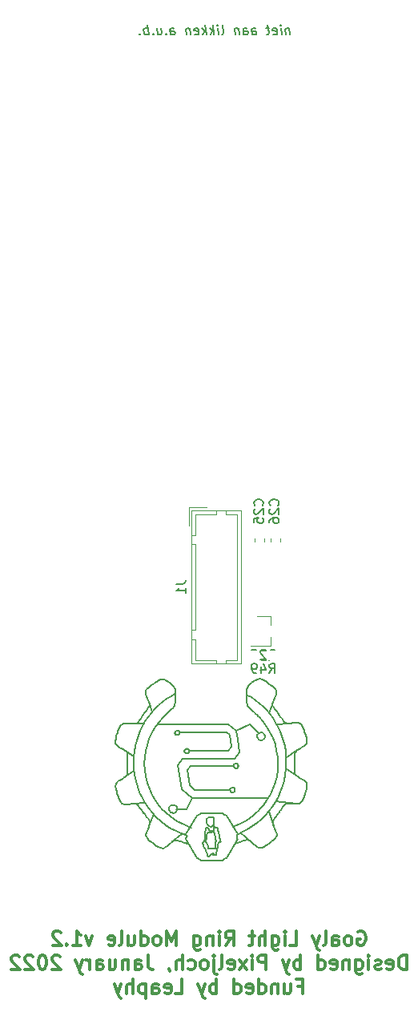
<source format=gbo>
G04 #@! TF.GenerationSoftware,KiCad,Pcbnew,5.1.5+dfsg1-2build2*
G04 #@! TF.CreationDate,2022-01-30T22:27:44+01:00*
G04 #@! TF.ProjectId,Light_Ring_PCB,4c696768-745f-4526-996e-675f5043422e,rev?*
G04 #@! TF.SameCoordinates,Original*
G04 #@! TF.FileFunction,Legend,Bot*
G04 #@! TF.FilePolarity,Positive*
%FSLAX46Y46*%
G04 Gerber Fmt 4.6, Leading zero omitted, Abs format (unit mm)*
G04 Created by KiCad (PCBNEW 5.1.5+dfsg1-2build2) date 2022-01-30 22:27:44*
%MOMM*%
%LPD*%
G04 APERTURE LIST*
%ADD10C,0.150000*%
%ADD11C,0.300000*%
%ADD12C,0.200000*%
%ADD13C,0.120000*%
%ADD14C,0.100000*%
%ADD15O,1.752000X1.302000*%
%ADD16R,1.002000X0.902000*%
G04 APERTURE END LIST*
D10*
X212819323Y-76451514D02*
X212902656Y-77118180D01*
X212831227Y-76546752D02*
X212777656Y-76499133D01*
X212676466Y-76451514D01*
X212533608Y-76451514D01*
X212444323Y-76499133D01*
X212408608Y-76594371D01*
X212474085Y-77118180D01*
X211997894Y-77118180D02*
X211914561Y-76451514D01*
X211872894Y-76118180D02*
X211926466Y-76165800D01*
X211884799Y-76213419D01*
X211831227Y-76165800D01*
X211872894Y-76118180D01*
X211884799Y-76213419D01*
X211134799Y-77070561D02*
X211235989Y-77118180D01*
X211426466Y-77118180D01*
X211515751Y-77070561D01*
X211551466Y-76975323D01*
X211503847Y-76594371D01*
X211444323Y-76499133D01*
X211343132Y-76451514D01*
X211152656Y-76451514D01*
X211063370Y-76499133D01*
X211027656Y-76594371D01*
X211039561Y-76689609D01*
X211527656Y-76784847D01*
X210724085Y-76451514D02*
X210343132Y-76451514D01*
X210539561Y-76118180D02*
X210646704Y-76975323D01*
X210610989Y-77070561D01*
X210521704Y-77118180D01*
X210426466Y-77118180D01*
X208902656Y-77118180D02*
X208837180Y-76594371D01*
X208872894Y-76499133D01*
X208962180Y-76451514D01*
X209152656Y-76451514D01*
X209253847Y-76499133D01*
X208896704Y-77070561D02*
X208997894Y-77118180D01*
X209235989Y-77118180D01*
X209325275Y-77070561D01*
X209360989Y-76975323D01*
X209349085Y-76880085D01*
X209289561Y-76784847D01*
X209188370Y-76737228D01*
X208950275Y-76737228D01*
X208849085Y-76689609D01*
X207997894Y-77118180D02*
X207932418Y-76594371D01*
X207968132Y-76499133D01*
X208057418Y-76451514D01*
X208247894Y-76451514D01*
X208349085Y-76499133D01*
X207991942Y-77070561D02*
X208093132Y-77118180D01*
X208331227Y-77118180D01*
X208420513Y-77070561D01*
X208456227Y-76975323D01*
X208444323Y-76880085D01*
X208384799Y-76784847D01*
X208283608Y-76737228D01*
X208045513Y-76737228D01*
X207944323Y-76689609D01*
X207438370Y-76451514D02*
X207521704Y-77118180D01*
X207450275Y-76546752D02*
X207396704Y-76499133D01*
X207295513Y-76451514D01*
X207152656Y-76451514D01*
X207063370Y-76499133D01*
X207027656Y-76594371D01*
X207093132Y-77118180D01*
X205712180Y-77118180D02*
X205801466Y-77070561D01*
X205837180Y-76975323D01*
X205730037Y-76118180D01*
X205331227Y-77118180D02*
X205247894Y-76451514D01*
X205206227Y-76118180D02*
X205259799Y-76165800D01*
X205218132Y-76213419D01*
X205164561Y-76165800D01*
X205206227Y-76118180D01*
X205218132Y-76213419D01*
X204855037Y-77118180D02*
X204730037Y-76118180D01*
X204712180Y-76737228D02*
X204474085Y-77118180D01*
X204390751Y-76451514D02*
X204819323Y-76832466D01*
X204045513Y-77118180D02*
X203920513Y-76118180D01*
X203902656Y-76737228D02*
X203664561Y-77118180D01*
X203581227Y-76451514D02*
X204009799Y-76832466D01*
X202849085Y-77070561D02*
X202950275Y-77118180D01*
X203140751Y-77118180D01*
X203230037Y-77070561D01*
X203265751Y-76975323D01*
X203218132Y-76594371D01*
X203158608Y-76499133D01*
X203057418Y-76451514D01*
X202866942Y-76451514D01*
X202777656Y-76499133D01*
X202741942Y-76594371D01*
X202753847Y-76689609D01*
X203241942Y-76784847D01*
X202295513Y-76451514D02*
X202378847Y-77118180D01*
X202307418Y-76546752D02*
X202253847Y-76499133D01*
X202152656Y-76451514D01*
X202009799Y-76451514D01*
X201920513Y-76499133D01*
X201884799Y-76594371D01*
X201950275Y-77118180D01*
X200283608Y-77118180D02*
X200218132Y-76594371D01*
X200253847Y-76499133D01*
X200343132Y-76451514D01*
X200533608Y-76451514D01*
X200634799Y-76499133D01*
X200277656Y-77070561D02*
X200378847Y-77118180D01*
X200616942Y-77118180D01*
X200706227Y-77070561D01*
X200741942Y-76975323D01*
X200730037Y-76880085D01*
X200670513Y-76784847D01*
X200569323Y-76737228D01*
X200331227Y-76737228D01*
X200230037Y-76689609D01*
X199795513Y-77022942D02*
X199753847Y-77070561D01*
X199807418Y-77118180D01*
X199849085Y-77070561D01*
X199795513Y-77022942D01*
X199807418Y-77118180D01*
X198819323Y-76451514D02*
X198902656Y-77118180D01*
X199247894Y-76451514D02*
X199313370Y-76975323D01*
X199277656Y-77070561D01*
X199188370Y-77118180D01*
X199045513Y-77118180D01*
X198944323Y-77070561D01*
X198890751Y-77022942D01*
X198414561Y-77022942D02*
X198372894Y-77070561D01*
X198426466Y-77118180D01*
X198468132Y-77070561D01*
X198414561Y-77022942D01*
X198426466Y-77118180D01*
X197950275Y-77118180D02*
X197825275Y-76118180D01*
X197872894Y-76499133D02*
X197771704Y-76451514D01*
X197581227Y-76451514D01*
X197491942Y-76499133D01*
X197450275Y-76546752D01*
X197414561Y-76641990D01*
X197450275Y-76927704D01*
X197509799Y-77022942D01*
X197563370Y-77070561D01*
X197664561Y-77118180D01*
X197855037Y-77118180D01*
X197944323Y-77070561D01*
X197033608Y-77022942D02*
X196991942Y-77070561D01*
X197045513Y-77118180D01*
X197087180Y-77070561D01*
X197033608Y-77022942D01*
X197045513Y-77118180D01*
D11*
X220080385Y-171917800D02*
X220223242Y-171846371D01*
X220437528Y-171846371D01*
X220651814Y-171917800D01*
X220794671Y-172060657D01*
X220866100Y-172203514D01*
X220937528Y-172489228D01*
X220937528Y-172703514D01*
X220866100Y-172989228D01*
X220794671Y-173132085D01*
X220651814Y-173274942D01*
X220437528Y-173346371D01*
X220294671Y-173346371D01*
X220080385Y-173274942D01*
X220008957Y-173203514D01*
X220008957Y-172703514D01*
X220294671Y-172703514D01*
X219151814Y-173346371D02*
X219294671Y-173274942D01*
X219366100Y-173203514D01*
X219437528Y-173060657D01*
X219437528Y-172632085D01*
X219366100Y-172489228D01*
X219294671Y-172417800D01*
X219151814Y-172346371D01*
X218937528Y-172346371D01*
X218794671Y-172417800D01*
X218723242Y-172489228D01*
X218651814Y-172632085D01*
X218651814Y-173060657D01*
X218723242Y-173203514D01*
X218794671Y-173274942D01*
X218937528Y-173346371D01*
X219151814Y-173346371D01*
X217366100Y-173346371D02*
X217366100Y-172560657D01*
X217437528Y-172417800D01*
X217580385Y-172346371D01*
X217866100Y-172346371D01*
X218008957Y-172417800D01*
X217366100Y-173274942D02*
X217508957Y-173346371D01*
X217866100Y-173346371D01*
X218008957Y-173274942D01*
X218080385Y-173132085D01*
X218080385Y-172989228D01*
X218008957Y-172846371D01*
X217866100Y-172774942D01*
X217508957Y-172774942D01*
X217366100Y-172703514D01*
X216437528Y-173346371D02*
X216580385Y-173274942D01*
X216651814Y-173132085D01*
X216651814Y-171846371D01*
X216008957Y-172346371D02*
X215651814Y-173346371D01*
X215294671Y-172346371D02*
X215651814Y-173346371D01*
X215794671Y-173703514D01*
X215866100Y-173774942D01*
X216008957Y-173846371D01*
X212866100Y-173346371D02*
X213580385Y-173346371D01*
X213580385Y-171846371D01*
X212366100Y-173346371D02*
X212366100Y-172346371D01*
X212366100Y-171846371D02*
X212437528Y-171917800D01*
X212366100Y-171989228D01*
X212294671Y-171917800D01*
X212366100Y-171846371D01*
X212366100Y-171989228D01*
X211008957Y-172346371D02*
X211008957Y-173560657D01*
X211080385Y-173703514D01*
X211151814Y-173774942D01*
X211294671Y-173846371D01*
X211508957Y-173846371D01*
X211651814Y-173774942D01*
X211008957Y-173274942D02*
X211151814Y-173346371D01*
X211437528Y-173346371D01*
X211580385Y-173274942D01*
X211651814Y-173203514D01*
X211723242Y-173060657D01*
X211723242Y-172632085D01*
X211651814Y-172489228D01*
X211580385Y-172417800D01*
X211437528Y-172346371D01*
X211151814Y-172346371D01*
X211008957Y-172417800D01*
X210294671Y-173346371D02*
X210294671Y-171846371D01*
X209651814Y-173346371D02*
X209651814Y-172560657D01*
X209723242Y-172417800D01*
X209866100Y-172346371D01*
X210080385Y-172346371D01*
X210223242Y-172417800D01*
X210294671Y-172489228D01*
X209151814Y-172346371D02*
X208580385Y-172346371D01*
X208937528Y-171846371D02*
X208937528Y-173132085D01*
X208866100Y-173274942D01*
X208723242Y-173346371D01*
X208580385Y-173346371D01*
X206080385Y-173346371D02*
X206580385Y-172632085D01*
X206937528Y-173346371D02*
X206937528Y-171846371D01*
X206366100Y-171846371D01*
X206223242Y-171917800D01*
X206151814Y-171989228D01*
X206080385Y-172132085D01*
X206080385Y-172346371D01*
X206151814Y-172489228D01*
X206223242Y-172560657D01*
X206366100Y-172632085D01*
X206937528Y-172632085D01*
X205437528Y-173346371D02*
X205437528Y-172346371D01*
X205437528Y-171846371D02*
X205508957Y-171917800D01*
X205437528Y-171989228D01*
X205366100Y-171917800D01*
X205437528Y-171846371D01*
X205437528Y-171989228D01*
X204723242Y-172346371D02*
X204723242Y-173346371D01*
X204723242Y-172489228D02*
X204651814Y-172417800D01*
X204508957Y-172346371D01*
X204294671Y-172346371D01*
X204151814Y-172417800D01*
X204080385Y-172560657D01*
X204080385Y-173346371D01*
X202723242Y-172346371D02*
X202723242Y-173560657D01*
X202794671Y-173703514D01*
X202866100Y-173774942D01*
X203008957Y-173846371D01*
X203223242Y-173846371D01*
X203366100Y-173774942D01*
X202723242Y-173274942D02*
X202866100Y-173346371D01*
X203151814Y-173346371D01*
X203294671Y-173274942D01*
X203366100Y-173203514D01*
X203437528Y-173060657D01*
X203437528Y-172632085D01*
X203366100Y-172489228D01*
X203294671Y-172417800D01*
X203151814Y-172346371D01*
X202866100Y-172346371D01*
X202723242Y-172417800D01*
X200866100Y-173346371D02*
X200866100Y-171846371D01*
X200366100Y-172917800D01*
X199866100Y-171846371D01*
X199866100Y-173346371D01*
X198937528Y-173346371D02*
X199080385Y-173274942D01*
X199151814Y-173203514D01*
X199223242Y-173060657D01*
X199223242Y-172632085D01*
X199151814Y-172489228D01*
X199080385Y-172417800D01*
X198937528Y-172346371D01*
X198723242Y-172346371D01*
X198580385Y-172417800D01*
X198508957Y-172489228D01*
X198437528Y-172632085D01*
X198437528Y-173060657D01*
X198508957Y-173203514D01*
X198580385Y-173274942D01*
X198723242Y-173346371D01*
X198937528Y-173346371D01*
X197151814Y-173346371D02*
X197151814Y-171846371D01*
X197151814Y-173274942D02*
X197294671Y-173346371D01*
X197580385Y-173346371D01*
X197723242Y-173274942D01*
X197794671Y-173203514D01*
X197866100Y-173060657D01*
X197866100Y-172632085D01*
X197794671Y-172489228D01*
X197723242Y-172417800D01*
X197580385Y-172346371D01*
X197294671Y-172346371D01*
X197151814Y-172417800D01*
X195794671Y-172346371D02*
X195794671Y-173346371D01*
X196437528Y-172346371D02*
X196437528Y-173132085D01*
X196366100Y-173274942D01*
X196223242Y-173346371D01*
X196008957Y-173346371D01*
X195866100Y-173274942D01*
X195794671Y-173203514D01*
X194866100Y-173346371D02*
X195008957Y-173274942D01*
X195080385Y-173132085D01*
X195080385Y-171846371D01*
X193723242Y-173274942D02*
X193866100Y-173346371D01*
X194151814Y-173346371D01*
X194294671Y-173274942D01*
X194366100Y-173132085D01*
X194366100Y-172560657D01*
X194294671Y-172417800D01*
X194151814Y-172346371D01*
X193866100Y-172346371D01*
X193723242Y-172417800D01*
X193651814Y-172560657D01*
X193651814Y-172703514D01*
X194366100Y-172846371D01*
X192008957Y-172346371D02*
X191651814Y-173346371D01*
X191294671Y-172346371D01*
X189937528Y-173346371D02*
X190794671Y-173346371D01*
X190366100Y-173346371D02*
X190366100Y-171846371D01*
X190508957Y-172060657D01*
X190651814Y-172203514D01*
X190794671Y-172274942D01*
X189294671Y-173203514D02*
X189223242Y-173274942D01*
X189294671Y-173346371D01*
X189366100Y-173274942D01*
X189294671Y-173203514D01*
X189294671Y-173346371D01*
X188651814Y-171989228D02*
X188580385Y-171917800D01*
X188437528Y-171846371D01*
X188080385Y-171846371D01*
X187937528Y-171917800D01*
X187866100Y-171989228D01*
X187794671Y-172132085D01*
X187794671Y-172274942D01*
X187866100Y-172489228D01*
X188723242Y-173346371D01*
X187794671Y-173346371D01*
X225223242Y-175896371D02*
X225223242Y-174396371D01*
X224866100Y-174396371D01*
X224651814Y-174467800D01*
X224508957Y-174610657D01*
X224437528Y-174753514D01*
X224366100Y-175039228D01*
X224366100Y-175253514D01*
X224437528Y-175539228D01*
X224508957Y-175682085D01*
X224651814Y-175824942D01*
X224866100Y-175896371D01*
X225223242Y-175896371D01*
X223151814Y-175824942D02*
X223294671Y-175896371D01*
X223580385Y-175896371D01*
X223723242Y-175824942D01*
X223794671Y-175682085D01*
X223794671Y-175110657D01*
X223723242Y-174967800D01*
X223580385Y-174896371D01*
X223294671Y-174896371D01*
X223151814Y-174967800D01*
X223080385Y-175110657D01*
X223080385Y-175253514D01*
X223794671Y-175396371D01*
X222508957Y-175824942D02*
X222366100Y-175896371D01*
X222080385Y-175896371D01*
X221937528Y-175824942D01*
X221866100Y-175682085D01*
X221866100Y-175610657D01*
X221937528Y-175467800D01*
X222080385Y-175396371D01*
X222294671Y-175396371D01*
X222437528Y-175324942D01*
X222508957Y-175182085D01*
X222508957Y-175110657D01*
X222437528Y-174967800D01*
X222294671Y-174896371D01*
X222080385Y-174896371D01*
X221937528Y-174967800D01*
X221223242Y-175896371D02*
X221223242Y-174896371D01*
X221223242Y-174396371D02*
X221294671Y-174467800D01*
X221223242Y-174539228D01*
X221151814Y-174467800D01*
X221223242Y-174396371D01*
X221223242Y-174539228D01*
X219866100Y-174896371D02*
X219866100Y-176110657D01*
X219937528Y-176253514D01*
X220008957Y-176324942D01*
X220151814Y-176396371D01*
X220366100Y-176396371D01*
X220508957Y-176324942D01*
X219866100Y-175824942D02*
X220008957Y-175896371D01*
X220294671Y-175896371D01*
X220437528Y-175824942D01*
X220508957Y-175753514D01*
X220580385Y-175610657D01*
X220580385Y-175182085D01*
X220508957Y-175039228D01*
X220437528Y-174967800D01*
X220294671Y-174896371D01*
X220008957Y-174896371D01*
X219866100Y-174967800D01*
X219151814Y-174896371D02*
X219151814Y-175896371D01*
X219151814Y-175039228D02*
X219080385Y-174967800D01*
X218937528Y-174896371D01*
X218723242Y-174896371D01*
X218580385Y-174967800D01*
X218508957Y-175110657D01*
X218508957Y-175896371D01*
X217223242Y-175824942D02*
X217366100Y-175896371D01*
X217651814Y-175896371D01*
X217794671Y-175824942D01*
X217866100Y-175682085D01*
X217866100Y-175110657D01*
X217794671Y-174967800D01*
X217651814Y-174896371D01*
X217366100Y-174896371D01*
X217223242Y-174967800D01*
X217151814Y-175110657D01*
X217151814Y-175253514D01*
X217866100Y-175396371D01*
X215866100Y-175896371D02*
X215866100Y-174396371D01*
X215866100Y-175824942D02*
X216008957Y-175896371D01*
X216294671Y-175896371D01*
X216437528Y-175824942D01*
X216508957Y-175753514D01*
X216580385Y-175610657D01*
X216580385Y-175182085D01*
X216508957Y-175039228D01*
X216437528Y-174967800D01*
X216294671Y-174896371D01*
X216008957Y-174896371D01*
X215866100Y-174967800D01*
X214008957Y-175896371D02*
X214008957Y-174396371D01*
X214008957Y-174967800D02*
X213866100Y-174896371D01*
X213580385Y-174896371D01*
X213437528Y-174967800D01*
X213366100Y-175039228D01*
X213294671Y-175182085D01*
X213294671Y-175610657D01*
X213366100Y-175753514D01*
X213437528Y-175824942D01*
X213580385Y-175896371D01*
X213866100Y-175896371D01*
X214008957Y-175824942D01*
X212794671Y-174896371D02*
X212437528Y-175896371D01*
X212080385Y-174896371D02*
X212437528Y-175896371D01*
X212580385Y-176253514D01*
X212651814Y-176324942D01*
X212794671Y-176396371D01*
X210366100Y-175896371D02*
X210366100Y-174396371D01*
X209794671Y-174396371D01*
X209651814Y-174467800D01*
X209580385Y-174539228D01*
X209508957Y-174682085D01*
X209508957Y-174896371D01*
X209580385Y-175039228D01*
X209651814Y-175110657D01*
X209794671Y-175182085D01*
X210366100Y-175182085D01*
X208866100Y-175896371D02*
X208866100Y-174896371D01*
X208866100Y-174396371D02*
X208937528Y-174467800D01*
X208866100Y-174539228D01*
X208794671Y-174467800D01*
X208866100Y-174396371D01*
X208866100Y-174539228D01*
X208294671Y-175896371D02*
X207508957Y-174896371D01*
X208294671Y-174896371D02*
X207508957Y-175896371D01*
X206366100Y-175824942D02*
X206508957Y-175896371D01*
X206794671Y-175896371D01*
X206937528Y-175824942D01*
X207008957Y-175682085D01*
X207008957Y-175110657D01*
X206937528Y-174967800D01*
X206794671Y-174896371D01*
X206508957Y-174896371D01*
X206366100Y-174967800D01*
X206294671Y-175110657D01*
X206294671Y-175253514D01*
X207008957Y-175396371D01*
X205437528Y-175896371D02*
X205580385Y-175824942D01*
X205651814Y-175682085D01*
X205651814Y-174396371D01*
X204866100Y-174896371D02*
X204866100Y-176182085D01*
X204937528Y-176324942D01*
X205080385Y-176396371D01*
X205151814Y-176396371D01*
X204866100Y-174396371D02*
X204937528Y-174467800D01*
X204866100Y-174539228D01*
X204794671Y-174467800D01*
X204866100Y-174396371D01*
X204866100Y-174539228D01*
X203937528Y-175896371D02*
X204080385Y-175824942D01*
X204151814Y-175753514D01*
X204223242Y-175610657D01*
X204223242Y-175182085D01*
X204151814Y-175039228D01*
X204080385Y-174967800D01*
X203937528Y-174896371D01*
X203723242Y-174896371D01*
X203580385Y-174967800D01*
X203508957Y-175039228D01*
X203437528Y-175182085D01*
X203437528Y-175610657D01*
X203508957Y-175753514D01*
X203580385Y-175824942D01*
X203723242Y-175896371D01*
X203937528Y-175896371D01*
X202151814Y-175824942D02*
X202294671Y-175896371D01*
X202580385Y-175896371D01*
X202723242Y-175824942D01*
X202794671Y-175753514D01*
X202866100Y-175610657D01*
X202866100Y-175182085D01*
X202794671Y-175039228D01*
X202723242Y-174967800D01*
X202580385Y-174896371D01*
X202294671Y-174896371D01*
X202151814Y-174967800D01*
X201508957Y-175896371D02*
X201508957Y-174396371D01*
X200866100Y-175896371D02*
X200866100Y-175110657D01*
X200937528Y-174967800D01*
X201080385Y-174896371D01*
X201294671Y-174896371D01*
X201437528Y-174967800D01*
X201508957Y-175039228D01*
X200080385Y-175824942D02*
X200080385Y-175896371D01*
X200151814Y-176039228D01*
X200223242Y-176110657D01*
X197866100Y-174396371D02*
X197866100Y-175467800D01*
X197937528Y-175682085D01*
X198080385Y-175824942D01*
X198294671Y-175896371D01*
X198437528Y-175896371D01*
X196508957Y-175896371D02*
X196508957Y-175110657D01*
X196580385Y-174967800D01*
X196723242Y-174896371D01*
X197008957Y-174896371D01*
X197151814Y-174967800D01*
X196508957Y-175824942D02*
X196651814Y-175896371D01*
X197008957Y-175896371D01*
X197151814Y-175824942D01*
X197223242Y-175682085D01*
X197223242Y-175539228D01*
X197151814Y-175396371D01*
X197008957Y-175324942D01*
X196651814Y-175324942D01*
X196508957Y-175253514D01*
X195794671Y-174896371D02*
X195794671Y-175896371D01*
X195794671Y-175039228D02*
X195723242Y-174967800D01*
X195580385Y-174896371D01*
X195366100Y-174896371D01*
X195223242Y-174967800D01*
X195151814Y-175110657D01*
X195151814Y-175896371D01*
X193794671Y-174896371D02*
X193794671Y-175896371D01*
X194437528Y-174896371D02*
X194437528Y-175682085D01*
X194366100Y-175824942D01*
X194223242Y-175896371D01*
X194008957Y-175896371D01*
X193866100Y-175824942D01*
X193794671Y-175753514D01*
X192437528Y-175896371D02*
X192437528Y-175110657D01*
X192508957Y-174967800D01*
X192651814Y-174896371D01*
X192937528Y-174896371D01*
X193080385Y-174967800D01*
X192437528Y-175824942D02*
X192580385Y-175896371D01*
X192937528Y-175896371D01*
X193080385Y-175824942D01*
X193151814Y-175682085D01*
X193151814Y-175539228D01*
X193080385Y-175396371D01*
X192937528Y-175324942D01*
X192580385Y-175324942D01*
X192437528Y-175253514D01*
X191723242Y-175896371D02*
X191723242Y-174896371D01*
X191723242Y-175182085D02*
X191651814Y-175039228D01*
X191580385Y-174967800D01*
X191437528Y-174896371D01*
X191294671Y-174896371D01*
X190937528Y-174896371D02*
X190580385Y-175896371D01*
X190223242Y-174896371D02*
X190580385Y-175896371D01*
X190723242Y-176253514D01*
X190794671Y-176324942D01*
X190937528Y-176396371D01*
X188580385Y-174539228D02*
X188508957Y-174467800D01*
X188366100Y-174396371D01*
X188008957Y-174396371D01*
X187866100Y-174467800D01*
X187794671Y-174539228D01*
X187723242Y-174682085D01*
X187723242Y-174824942D01*
X187794671Y-175039228D01*
X188651814Y-175896371D01*
X187723242Y-175896371D01*
X186794671Y-174396371D02*
X186651814Y-174396371D01*
X186508957Y-174467800D01*
X186437528Y-174539228D01*
X186366100Y-174682085D01*
X186294671Y-174967800D01*
X186294671Y-175324942D01*
X186366100Y-175610657D01*
X186437528Y-175753514D01*
X186508957Y-175824942D01*
X186651814Y-175896371D01*
X186794671Y-175896371D01*
X186937528Y-175824942D01*
X187008957Y-175753514D01*
X187080385Y-175610657D01*
X187151814Y-175324942D01*
X187151814Y-174967800D01*
X187080385Y-174682085D01*
X187008957Y-174539228D01*
X186937528Y-174467800D01*
X186794671Y-174396371D01*
X185723242Y-174539228D02*
X185651814Y-174467800D01*
X185508957Y-174396371D01*
X185151814Y-174396371D01*
X185008957Y-174467800D01*
X184937528Y-174539228D01*
X184866100Y-174682085D01*
X184866100Y-174824942D01*
X184937528Y-175039228D01*
X185794671Y-175896371D01*
X184866100Y-175896371D01*
X184294671Y-174539228D02*
X184223242Y-174467800D01*
X184080385Y-174396371D01*
X183723242Y-174396371D01*
X183580385Y-174467800D01*
X183508957Y-174539228D01*
X183437528Y-174682085D01*
X183437528Y-174824942D01*
X183508957Y-175039228D01*
X184366100Y-175896371D01*
X183437528Y-175896371D01*
X213758957Y-177660657D02*
X214258957Y-177660657D01*
X214258957Y-178446371D02*
X214258957Y-176946371D01*
X213544671Y-176946371D01*
X212330385Y-177446371D02*
X212330385Y-178446371D01*
X212973242Y-177446371D02*
X212973242Y-178232085D01*
X212901814Y-178374942D01*
X212758957Y-178446371D01*
X212544671Y-178446371D01*
X212401814Y-178374942D01*
X212330385Y-178303514D01*
X211616100Y-177446371D02*
X211616100Y-178446371D01*
X211616100Y-177589228D02*
X211544671Y-177517800D01*
X211401814Y-177446371D01*
X211187528Y-177446371D01*
X211044671Y-177517800D01*
X210973242Y-177660657D01*
X210973242Y-178446371D01*
X209616100Y-178446371D02*
X209616100Y-176946371D01*
X209616100Y-178374942D02*
X209758957Y-178446371D01*
X210044671Y-178446371D01*
X210187528Y-178374942D01*
X210258957Y-178303514D01*
X210330385Y-178160657D01*
X210330385Y-177732085D01*
X210258957Y-177589228D01*
X210187528Y-177517800D01*
X210044671Y-177446371D01*
X209758957Y-177446371D01*
X209616100Y-177517800D01*
X208330385Y-178374942D02*
X208473242Y-178446371D01*
X208758957Y-178446371D01*
X208901814Y-178374942D01*
X208973242Y-178232085D01*
X208973242Y-177660657D01*
X208901814Y-177517800D01*
X208758957Y-177446371D01*
X208473242Y-177446371D01*
X208330385Y-177517800D01*
X208258957Y-177660657D01*
X208258957Y-177803514D01*
X208973242Y-177946371D01*
X206973242Y-178446371D02*
X206973242Y-176946371D01*
X206973242Y-178374942D02*
X207116100Y-178446371D01*
X207401814Y-178446371D01*
X207544671Y-178374942D01*
X207616100Y-178303514D01*
X207687528Y-178160657D01*
X207687528Y-177732085D01*
X207616100Y-177589228D01*
X207544671Y-177517800D01*
X207401814Y-177446371D01*
X207116100Y-177446371D01*
X206973242Y-177517800D01*
X205116100Y-178446371D02*
X205116100Y-176946371D01*
X205116100Y-177517800D02*
X204973242Y-177446371D01*
X204687528Y-177446371D01*
X204544671Y-177517800D01*
X204473242Y-177589228D01*
X204401814Y-177732085D01*
X204401814Y-178160657D01*
X204473242Y-178303514D01*
X204544671Y-178374942D01*
X204687528Y-178446371D01*
X204973242Y-178446371D01*
X205116100Y-178374942D01*
X203901814Y-177446371D02*
X203544671Y-178446371D01*
X203187528Y-177446371D02*
X203544671Y-178446371D01*
X203687528Y-178803514D01*
X203758957Y-178874942D01*
X203901814Y-178946371D01*
X200758957Y-178446371D02*
X201473242Y-178446371D01*
X201473242Y-176946371D01*
X199687528Y-178374942D02*
X199830385Y-178446371D01*
X200116100Y-178446371D01*
X200258957Y-178374942D01*
X200330385Y-178232085D01*
X200330385Y-177660657D01*
X200258957Y-177517800D01*
X200116100Y-177446371D01*
X199830385Y-177446371D01*
X199687528Y-177517800D01*
X199616100Y-177660657D01*
X199616100Y-177803514D01*
X200330385Y-177946371D01*
X198330385Y-178446371D02*
X198330385Y-177660657D01*
X198401814Y-177517800D01*
X198544671Y-177446371D01*
X198830385Y-177446371D01*
X198973242Y-177517800D01*
X198330385Y-178374942D02*
X198473242Y-178446371D01*
X198830385Y-178446371D01*
X198973242Y-178374942D01*
X199044671Y-178232085D01*
X199044671Y-178089228D01*
X198973242Y-177946371D01*
X198830385Y-177874942D01*
X198473242Y-177874942D01*
X198330385Y-177803514D01*
X197616100Y-177446371D02*
X197616100Y-178946371D01*
X197616100Y-177517800D02*
X197473242Y-177446371D01*
X197187528Y-177446371D01*
X197044671Y-177517800D01*
X196973242Y-177589228D01*
X196901814Y-177732085D01*
X196901814Y-178160657D01*
X196973242Y-178303514D01*
X197044671Y-178374942D01*
X197187528Y-178446371D01*
X197473242Y-178446371D01*
X197616100Y-178374942D01*
X196258957Y-178446371D02*
X196258957Y-176946371D01*
X195616100Y-178446371D02*
X195616100Y-177660657D01*
X195687528Y-177517800D01*
X195830385Y-177446371D01*
X196044671Y-177446371D01*
X196187528Y-177517800D01*
X196258957Y-177589228D01*
X195044671Y-177446371D02*
X194687528Y-178446371D01*
X194330385Y-177446371D02*
X194687528Y-178446371D01*
X194830385Y-178803514D01*
X194901814Y-178874942D01*
X195044671Y-178946371D01*
D12*
X211336280Y-156141620D02*
X211495580Y-155479520D01*
X211112440Y-156788760D02*
X211336280Y-156141620D01*
X194456060Y-152015200D02*
X194478260Y-152072820D01*
X194440060Y-151822920D02*
X194456060Y-152015200D01*
X200951080Y-150651700D02*
X200927120Y-150654100D01*
X200975160Y-150649200D02*
X200951080Y-150651700D01*
X214403660Y-157612320D02*
X214290380Y-157897820D01*
X214470381Y-157412340D02*
X214403660Y-157612320D01*
X205947280Y-159567620D02*
X206066860Y-159617320D01*
X205844520Y-159488960D02*
X205947280Y-159567620D01*
X205780500Y-159412900D02*
X205844520Y-159488960D01*
X211530720Y-159586920D02*
X211415380Y-159744700D01*
X211630880Y-159453040D02*
X211530720Y-159586920D01*
X195186060Y-149952700D02*
X195152460Y-149974740D01*
X195303460Y-149912780D02*
X195186060Y-149952700D01*
X198459260Y-162613200D02*
X198515460Y-162655060D01*
X198402260Y-162572280D02*
X198459260Y-162613200D01*
X194653460Y-157410820D02*
X194674460Y-157477780D01*
X194631460Y-157344200D02*
X194653460Y-157410820D01*
X211495700Y-161766960D02*
X211479840Y-161826520D01*
X211506000Y-161728200D02*
X211495700Y-161766960D01*
X208655840Y-145793400D02*
X208850500Y-145616400D01*
X208494280Y-145980200D02*
X208655840Y-145793400D01*
X204278780Y-163078780D02*
X204265520Y-163024420D01*
X204280840Y-163090960D02*
X204278780Y-163078780D01*
X204288980Y-163141620D02*
X204280840Y-163090960D01*
X204305700Y-163167980D02*
X204288980Y-163141620D01*
X197644060Y-146484000D02*
X197628260Y-146543600D01*
X197744260Y-146319000D02*
X197644060Y-146484000D01*
X199787140Y-145363800D02*
X199583140Y-145278200D01*
X200003600Y-145489200D02*
X199787140Y-145363800D01*
X197457260Y-159407560D02*
X197528260Y-159500020D01*
X197430260Y-159373060D02*
X197457260Y-159407560D01*
X199860580Y-147319000D02*
X199415840Y-147647800D01*
X200328480Y-147020600D02*
X199860580Y-147319000D01*
X210069020Y-148146800D02*
X209669200Y-147794000D01*
X210441301Y-148525200D02*
X210069020Y-148146800D01*
X212969980Y-149885980D02*
X213188940Y-149862020D01*
X212758060Y-149898560D02*
X212969980Y-149885980D01*
X204010440Y-162327060D02*
X204017380Y-162279960D01*
X204009480Y-162355920D02*
X204010440Y-162327060D01*
X204011200Y-162365140D02*
X204009480Y-162355920D01*
X204024560Y-162419520D02*
X204011200Y-162365140D01*
X197957260Y-158868840D02*
X198353060Y-159361240D01*
X197599660Y-158346260D02*
X197957260Y-158868840D01*
X197282660Y-157795700D02*
X197599660Y-158346260D01*
X214121660Y-150092680D02*
X214266940Y-150348320D01*
X213995580Y-149946420D02*
X214121660Y-150092680D01*
X204128160Y-163746420D02*
X204140980Y-163800480D01*
X204082280Y-163586060D02*
X204128160Y-163746420D01*
X204021840Y-163418960D02*
X204082280Y-163586060D01*
X203960420Y-163283540D02*
X204021840Y-163418960D01*
X194492260Y-156303960D02*
X194470460Y-156361460D01*
X194506460Y-156266520D02*
X194492260Y-156303960D01*
X209558840Y-163029640D02*
X209398660Y-162939600D01*
X209677340Y-163066420D02*
X209558840Y-163029640D01*
X196154060Y-158424520D02*
X196365860Y-158411900D01*
X195934860Y-158448480D02*
X196154060Y-158424520D01*
X214382281Y-150632920D02*
X214449560Y-150832700D01*
X214266940Y-150348320D02*
X214382281Y-150632920D01*
X195485860Y-149891520D02*
X195303460Y-149912780D01*
X195690260Y-149897820D02*
X195485860Y-149891520D01*
X197305260Y-149117760D02*
X197209860Y-149254900D01*
X197371260Y-149021520D02*
X197305260Y-149117760D01*
X200830300Y-161295600D02*
X201409980Y-161561540D01*
X200275740Y-160986460D02*
X200830300Y-161295600D01*
X199748600Y-160636200D02*
X200275740Y-160986460D01*
X200757940Y-151017920D02*
X200818800Y-151091180D01*
X200731240Y-150947740D02*
X200757940Y-151017920D01*
X196863860Y-149721600D02*
X196768060Y-149832260D01*
X196977460Y-149575760D02*
X196863860Y-149721600D01*
X199215840Y-163061120D02*
X199403660Y-163105260D01*
X198947940Y-162939680D02*
X199215840Y-163061120D01*
X197096660Y-149413880D02*
X196977460Y-149575760D01*
X197209860Y-149254900D02*
X197096660Y-149413880D01*
X214470280Y-150899760D02*
X214492520Y-150966380D01*
X214449560Y-150832700D02*
X214470280Y-150899760D01*
X212146620Y-158734820D02*
X212027360Y-158896740D01*
X212260000Y-158588980D02*
X212146620Y-158734820D01*
X212591060Y-158371420D02*
X212461600Y-158403020D01*
X212786060Y-158358200D02*
X212591060Y-158371420D01*
X201000880Y-151145960D02*
X201024980Y-151143460D01*
X200976920Y-151148340D02*
X201000880Y-151145960D01*
X211718220Y-148973640D02*
X211784860Y-149069560D01*
X211693380Y-148937520D02*
X211718220Y-148973640D01*
X209908000Y-145249600D02*
X210175920Y-145371000D01*
X209720080Y-145205400D02*
X209908000Y-145249600D01*
X197405460Y-159336820D02*
X197430260Y-159373060D01*
X197338860Y-159240900D02*
X197405460Y-159336820D01*
X199962240Y-148785800D02*
X200109500Y-148645200D01*
X199821420Y-148921460D02*
X199962240Y-148785800D01*
X195588260Y-155463680D02*
X195438260Y-155588980D01*
X195674460Y-155362100D02*
X195588260Y-155463680D01*
X205764220Y-164380560D02*
X203457280Y-164380560D01*
X205780620Y-164352240D02*
X205764220Y-164380560D01*
X205844520Y-164276180D02*
X205780620Y-164352240D01*
X200879700Y-159225280D02*
X200957160Y-159081180D01*
X200753920Y-159329880D02*
X200879700Y-159225280D01*
X209468440Y-151473540D02*
X209571080Y-151597040D01*
X209423420Y-151355060D02*
X209468440Y-151473540D01*
X197063860Y-150679060D02*
X196853060Y-151198900D01*
X197308860Y-150177980D02*
X197063860Y-150679060D01*
X208712700Y-148370000D02*
X208642380Y-148307200D01*
X208836940Y-148483800D02*
X208712700Y-148370000D01*
X211261080Y-148357200D02*
X211378160Y-148520600D01*
X211157480Y-148204200D02*
X211261080Y-148357200D01*
X200665280Y-148055600D02*
X200713240Y-147898400D01*
X200588880Y-148187600D02*
X200665280Y-148055600D01*
X197708660Y-148565800D02*
X197593260Y-148723600D01*
X197824860Y-148401400D02*
X197708660Y-148565800D01*
X197862660Y-159953480D02*
X197966460Y-160106340D01*
X197745660Y-159790060D02*
X197862660Y-159953480D01*
X214683940Y-156487540D02*
X214651160Y-156779880D01*
X214667780Y-156295160D02*
X214683940Y-156487540D01*
X203441000Y-159412900D02*
X203457280Y-159384680D01*
X203377080Y-159488960D02*
X203441000Y-159412900D01*
X203274220Y-159567620D02*
X203377080Y-159488960D01*
X207183720Y-154662560D02*
X207207700Y-154660180D01*
X207109600Y-154650280D02*
X207183720Y-154662560D01*
X196354860Y-154196740D02*
X196382660Y-154700880D01*
X196354860Y-154028760D02*
X196354860Y-154196740D01*
X202112440Y-153048960D02*
X202185660Y-152988100D01*
X202042221Y-153075640D02*
X202112440Y-153048960D01*
X204863200Y-163832920D02*
X204870780Y-163832920D01*
X204840080Y-163837040D02*
X204863200Y-163832920D01*
X204819240Y-163842040D02*
X204840080Y-163837040D01*
X204805880Y-163836280D02*
X204819240Y-163842040D01*
X211040920Y-158694460D02*
X211367640Y-158187520D01*
X210678620Y-159174700D02*
X211040920Y-158694460D01*
X204784980Y-163602020D02*
X204797860Y-163605920D01*
X204743720Y-163598540D02*
X204784980Y-163602020D01*
X204700440Y-163610160D02*
X204743720Y-163598540D01*
X204664640Y-163635760D02*
X204700440Y-163610160D01*
X200633280Y-159375780D02*
X200753920Y-159329880D01*
X200591920Y-159380020D02*
X200633280Y-159375780D01*
X209269000Y-148890660D02*
X209127200Y-148756000D01*
X209392500Y-149008600D02*
X209269000Y-148890660D01*
X213398560Y-154125900D02*
X213398560Y-154125900D01*
X213398560Y-154125900D02*
X213398560Y-154125900D01*
X206987440Y-154413020D02*
X202363300Y-154413020D01*
X206386420Y-152769881D02*
X202189700Y-152769881D01*
X211094080Y-160445661D02*
X211143140Y-160634901D01*
X211083140Y-160312840D02*
X211094080Y-160445661D01*
X204863300Y-160006420D02*
X204875340Y-160090840D01*
X204841380Y-159937740D02*
X204863300Y-160006420D01*
X204808080Y-159883600D02*
X204841380Y-159937740D01*
X202832700Y-156929600D02*
X206620360Y-156929600D01*
X202295581Y-156473020D02*
X202832700Y-156929600D01*
X211590200Y-154807740D02*
X211620140Y-154131100D01*
X211495580Y-155479520D02*
X211590200Y-154807740D01*
X198460260Y-145696200D02*
X198403860Y-145737800D01*
X198631860Y-145573800D02*
X198460260Y-145696200D01*
X211728220Y-159325320D02*
X211728220Y-159325320D01*
X211728220Y-159325320D02*
X211728220Y-159325320D01*
X199588240Y-159163420D02*
X199460300Y-159036260D01*
X213389880Y-153402160D02*
X213388580Y-153603200D01*
X213395980Y-153217460D02*
X213389880Y-153402160D01*
X202240360Y-152806120D02*
X202237981Y-152782040D01*
X202242861Y-152830100D02*
X202240360Y-152806120D01*
X203154740Y-159617320D02*
X203274220Y-159567620D01*
X203056880Y-159634680D02*
X203154740Y-159617320D01*
X203024220Y-159634680D02*
X203056880Y-159634680D01*
X212212920Y-151794520D02*
X212054800Y-151269240D01*
X212337240Y-152336180D02*
X212212920Y-151794520D01*
X207339980Y-154220620D02*
X207256100Y-154175600D01*
X207400940Y-154293840D02*
X207339980Y-154220620D01*
X199944020Y-162844740D02*
X200106020Y-162699460D01*
X199783100Y-162971040D02*
X199944020Y-162844740D01*
X208397480Y-161109620D02*
X208910060Y-160790920D01*
X207860360Y-161390200D02*
X208397480Y-161109620D01*
X204761860Y-159843120D02*
X204808080Y-159883600D01*
X204701200Y-159815340D02*
X204761860Y-159843120D01*
X204624480Y-159799520D02*
X204701200Y-159815340D01*
X209482340Y-145245600D02*
X209614060Y-145211200D01*
X209278880Y-145332600D02*
X209482340Y-145245600D01*
X200500560Y-148284800D02*
X200588880Y-148187600D01*
X200467700Y-148313200D02*
X200500560Y-148284800D01*
X211701520Y-159360040D02*
X211630880Y-159453040D01*
X211728220Y-159325320D02*
X211701520Y-159360040D01*
X201049280Y-150661380D02*
X200975160Y-150649200D01*
X201133160Y-150706400D02*
X201049280Y-150661380D01*
X206990580Y-154255880D02*
X206945560Y-154339760D01*
X207063720Y-154194900D02*
X206990580Y-154255880D01*
X200850840Y-162258040D02*
X200993720Y-162290380D01*
X200784420Y-162248180D02*
X200850840Y-162258040D01*
X207025740Y-154605260D02*
X207109600Y-154650280D01*
X206964860Y-154532160D02*
X207025740Y-154605260D01*
X209966060Y-163025280D02*
X209778780Y-163071320D01*
X210232560Y-162901400D02*
X209966060Y-163025280D01*
X196354860Y-153880760D02*
X196354860Y-154028760D01*
X196375860Y-153436880D02*
X196354860Y-153880760D01*
X210436561Y-145533400D02*
X210608080Y-145655600D01*
X210175920Y-145371000D02*
X210436561Y-145533400D01*
X209435780Y-151149020D02*
X209415280Y-151274020D01*
X209511740Y-151007520D02*
X209435780Y-151149020D01*
X200279220Y-159285820D02*
X200423300Y-159363280D01*
X200174600Y-159160060D02*
X200279220Y-159285820D01*
X205163740Y-163385880D02*
X205204880Y-163191420D01*
X205127640Y-163549520D02*
X205163740Y-163385880D01*
X205097240Y-163675140D02*
X205127640Y-163549520D01*
X205073580Y-163755760D02*
X205097240Y-163675140D01*
X205089000Y-160956620D02*
X205053200Y-160962140D01*
X205155720Y-160948900D02*
X205089000Y-160956620D01*
X205218000Y-160951840D02*
X205155720Y-160948900D01*
X205249580Y-160969960D02*
X205218000Y-160951840D01*
X205251980Y-160978420D02*
X205249580Y-160969960D01*
X201993300Y-158955320D02*
X200880120Y-158955320D01*
X202582380Y-157805900D02*
X201993300Y-158955320D01*
X211220620Y-160832480D02*
X211311000Y-161033340D01*
X211143140Y-160634901D02*
X211220620Y-160832480D01*
X207442720Y-161576280D02*
X207860360Y-161390200D01*
X207300700Y-161631200D02*
X207442720Y-161576280D01*
X210037140Y-151640200D02*
X210160600Y-151537560D01*
X209918740Y-151685240D02*
X210037140Y-151640200D01*
X206759880Y-156684920D02*
X206689700Y-156711520D01*
X206783880Y-156682540D02*
X206759880Y-156684920D01*
X194492660Y-152110141D02*
X194565060Y-152210960D01*
X194478260Y-152072820D02*
X194492660Y-152110141D01*
X208496440Y-148162000D02*
X208419200Y-148030600D01*
X208585520Y-148258800D02*
X208496440Y-148162000D01*
X199071300Y-149719200D02*
X199426880Y-149309480D01*
X198653340Y-150291900D02*
X199071300Y-149719200D01*
X201874160Y-152612881D02*
X201801020Y-152673840D01*
X201944360Y-152586280D02*
X201874160Y-152612881D01*
X204553840Y-159794400D02*
X204624480Y-159799520D01*
X204530300Y-159794400D02*
X204553840Y-159794400D01*
X203457280Y-159384680D02*
X203457280Y-159384680D01*
X207058380Y-156928740D02*
X207055880Y-156904760D01*
X207046240Y-157002840D02*
X207058380Y-156928740D01*
X198075060Y-160312620D02*
X198081060Y-160355600D01*
X198072260Y-160291680D02*
X198075060Y-160312620D01*
X208954020Y-159681340D02*
X209424500Y-159275520D01*
X208292560Y-160148900D02*
X208954020Y-159681340D01*
X199698800Y-149040380D02*
X199821420Y-148921460D01*
X199606480Y-149130560D02*
X199698800Y-149040380D01*
X204487000Y-163804380D02*
X204524980Y-163783880D01*
X204473440Y-163808620D02*
X204487000Y-163804380D01*
X204466380Y-163811200D02*
X204473440Y-163808620D01*
X204442200Y-163812100D02*
X204466380Y-163811200D01*
X204269880Y-160974620D02*
X204231240Y-160966260D01*
X204313160Y-160978420D02*
X204269880Y-160974620D01*
X204327500Y-160978420D02*
X204313160Y-160978420D01*
X204331620Y-160978420D02*
X204327500Y-160978420D01*
X204344000Y-160975520D02*
X204331620Y-160978420D01*
X204043640Y-160191760D02*
X204043640Y-160145420D01*
X204043640Y-160247520D02*
X204043640Y-160191760D01*
X204080980Y-160414960D02*
X204043640Y-160247520D01*
X203898780Y-163163880D02*
X203960420Y-163283540D01*
X203837480Y-163044060D02*
X203898780Y-163163880D01*
X203777240Y-162908660D02*
X203837480Y-163044060D01*
X203718780Y-162741680D02*
X203777240Y-162908660D01*
X200547660Y-158526480D02*
X200506300Y-158530740D01*
X200675060Y-158547320D02*
X200547660Y-158526480D01*
X207231800Y-154657680D02*
X207302000Y-154630980D01*
X207207700Y-154660180D02*
X207231800Y-154657680D01*
X197629260Y-159633160D02*
X197745660Y-159790060D01*
X197528260Y-159500020D02*
X197629260Y-159633160D01*
X196437460Y-152856460D02*
X196375860Y-153436880D01*
X196538260Y-152289101D02*
X196437460Y-152856460D01*
X210052740Y-158591260D02*
X210470620Y-158018680D01*
X209697160Y-159000980D02*
X210052740Y-158591260D01*
X205947280Y-164197520D02*
X205844520Y-164276180D01*
X206066860Y-164147820D02*
X205947280Y-164197520D01*
X206164720Y-164130560D02*
X206066860Y-164147820D01*
X201194020Y-150779640D02*
X201133160Y-150706400D01*
X201220720Y-150849840D02*
X201194020Y-150779640D01*
X205264780Y-161036900D02*
X205251980Y-160978420D01*
X205303200Y-161212700D02*
X205264780Y-161036900D01*
X205343560Y-161397380D02*
X205303200Y-161212700D01*
X205376640Y-161549280D02*
X205343560Y-161397380D01*
X204806000Y-161254140D02*
X204783560Y-161266840D01*
X204818060Y-161249040D02*
X204806000Y-161254140D01*
X204844740Y-161211520D02*
X204818060Y-161249040D01*
X204836380Y-161150740D02*
X204844740Y-161211520D01*
X204812840Y-161080760D02*
X204836380Y-161150740D01*
X198040860Y-147997800D02*
X198035260Y-148041000D01*
X198030060Y-147865000D02*
X198040860Y-147997800D01*
X195729060Y-154024120D02*
X195726660Y-154140760D01*
X195731460Y-153856900D02*
X195729060Y-154024120D01*
X214667780Y-151756640D02*
X214653560Y-151948900D01*
X214632200Y-151464880D02*
X214667780Y-151756640D01*
X211752840Y-159288980D02*
X211728220Y-159325320D01*
X211818700Y-159192740D02*
X211752840Y-159288980D01*
X209396280Y-160436321D02*
X209854420Y-160047420D01*
X208910060Y-160790920D02*
X209396280Y-160436321D01*
X195260060Y-155704560D02*
X195069660Y-155815240D01*
X195438260Y-155588980D02*
X195260060Y-155704560D01*
X200269100Y-162551240D02*
X200433200Y-162416560D01*
X200106020Y-162699460D02*
X200269100Y-162551240D01*
X199250880Y-160247200D02*
X199748600Y-160636200D01*
X198784980Y-159821540D02*
X199250880Y-160247200D01*
X198353060Y-159361240D02*
X198784980Y-159821540D01*
X197007860Y-158784540D02*
X197128260Y-158945880D01*
X196893660Y-158639340D02*
X197007860Y-158784540D01*
X201746100Y-152855920D02*
X201746100Y-152855920D01*
X201743720Y-152831840D02*
X201746100Y-152855920D01*
X206938160Y-154461920D02*
X206964860Y-154532160D01*
X206935660Y-154437960D02*
X206938160Y-154461920D01*
X205406060Y-161684920D02*
X205376640Y-161549280D01*
X205435560Y-161820880D02*
X205406060Y-161684920D01*
X205468660Y-161973980D02*
X205435560Y-161820880D01*
X205509020Y-162160620D02*
X205468660Y-161973980D01*
X212756740Y-149913020D02*
X211513240Y-150028120D01*
X201859940Y-161733100D02*
X202012500Y-161782160D01*
X201409980Y-161561540D02*
X201859940Y-161733100D01*
X195100860Y-150008480D02*
X194976260Y-150155620D01*
X195152460Y-149974740D02*
X195100860Y-150008480D01*
X213863840Y-152606040D02*
X213685880Y-152721600D01*
X214054380Y-152495340D02*
X213863840Y-152606040D01*
X195059060Y-152557740D02*
X195250260Y-152667021D01*
X194870860Y-152448600D02*
X195059060Y-152557740D01*
X196677260Y-151736020D02*
X196538260Y-152289101D01*
X196853060Y-151198900D02*
X196677260Y-151736020D01*
X203832800Y-162316540D02*
X203819780Y-162327700D01*
X203844200Y-162262060D02*
X203832800Y-162316540D01*
X203874480Y-162098020D02*
X203844200Y-162262060D01*
X203899560Y-161925140D02*
X203874480Y-162098020D01*
X203913520Y-161782780D02*
X203899560Y-161925140D01*
X210801340Y-150851480D02*
X210443920Y-150251420D01*
X211094200Y-151476780D02*
X210801340Y-150851480D01*
X211385740Y-149802760D02*
X211100500Y-149354280D01*
X211640420Y-150272140D02*
X211385740Y-149802760D01*
X208909980Y-162523120D02*
X208745020Y-162389460D01*
X209073920Y-162670140D02*
X208909980Y-162523120D01*
X211081840Y-148078800D02*
X211157480Y-148204200D01*
X211051440Y-148018800D02*
X211081840Y-148078800D01*
X214147800Y-158154760D02*
X214023240Y-158301980D01*
X214290380Y-157897820D02*
X214147800Y-158154760D01*
X205044200Y-162411160D02*
X205020740Y-162577600D01*
X205057300Y-162357020D02*
X205044200Y-162411160D01*
X205059360Y-162346820D02*
X205057300Y-162357020D01*
X200217480Y-145644600D02*
X200003600Y-145489200D01*
X200413340Y-145820200D02*
X200217480Y-145644600D01*
X200693620Y-146816400D02*
X200328480Y-147020600D01*
X200818060Y-146754200D02*
X200693620Y-146816400D01*
X201171660Y-162340620D02*
X201363840Y-162400400D01*
X200993720Y-162290380D02*
X201171660Y-162340620D01*
X206857780Y-157174280D02*
X206927980Y-157147600D01*
X206833660Y-157176780D02*
X206857780Y-157174280D01*
X200576200Y-146005800D02*
X200413340Y-145820200D01*
X200690880Y-146191800D02*
X200576200Y-146005800D01*
X201213340Y-150972040D02*
X201225500Y-150897920D01*
X201168300Y-151055900D02*
X201213340Y-150972040D01*
X206373500Y-150028120D02*
X207178080Y-150712040D01*
X198834980Y-150028120D02*
X206373500Y-150028120D01*
X214556000Y-151167340D02*
X214632200Y-151464880D01*
X214492520Y-150966380D02*
X214556000Y-151167340D01*
X213405420Y-149839660D02*
X213609840Y-149832040D01*
X213188940Y-149862020D02*
X213405420Y-149839660D01*
X199451200Y-145244400D02*
X199406700Y-145242400D01*
X199583140Y-145278200D02*
X199451200Y-145244400D01*
X208326640Y-162233620D02*
X208184580Y-162266740D01*
X208392800Y-162223320D02*
X208326640Y-162233620D01*
X213820660Y-158397700D02*
X213638140Y-158418960D01*
X213938160Y-158357760D02*
X213820660Y-158397700D01*
X195331460Y-158458340D02*
X195514060Y-158478420D01*
X195213860Y-158419280D02*
X195331460Y-158458340D01*
X204078140Y-162579240D02*
X204024560Y-162419520D01*
X204145000Y-162721920D02*
X204078140Y-162579240D01*
X204211940Y-162864600D02*
X204145000Y-162721920D01*
X204265520Y-163024420D02*
X204211940Y-162864600D01*
X204177640Y-161430380D02*
X204217020Y-161429480D01*
X204158220Y-161443380D02*
X204177640Y-161430380D01*
X204157140Y-161448820D02*
X204158220Y-161443380D01*
X204145200Y-161502960D02*
X204157140Y-161448820D01*
X214577160Y-157077920D02*
X214514140Y-157278980D01*
X214651160Y-156779880D02*
X214577160Y-157077920D01*
X208413520Y-162227120D02*
X208392800Y-162223320D01*
X208456300Y-162234820D02*
X208413520Y-162227120D01*
X211399100Y-161232340D02*
X211469520Y-161424280D01*
X211311000Y-161033340D02*
X211399100Y-161232340D01*
X197678260Y-161812400D02*
X197694460Y-161871880D01*
X197667860Y-161773780D02*
X197678260Y-161812400D01*
X207095840Y-162616760D02*
X207087360Y-162619380D01*
X207138140Y-162604280D02*
X207095840Y-162616760D01*
X208318600Y-147527600D02*
X208311740Y-147335800D01*
X208327060Y-147636800D02*
X208318600Y-147527600D01*
X214546020Y-152145320D02*
X214410940Y-152269881D01*
X214617640Y-152043960D02*
X214546020Y-152145320D01*
X213943700Y-149913020D02*
X213995580Y-149946420D01*
X213910160Y-149891280D02*
X213943700Y-149913020D01*
X206863200Y-160829460D02*
X207049280Y-160765420D01*
X202203140Y-162671240D02*
X202239841Y-162682740D01*
X209242860Y-147468200D02*
X208790600Y-147170400D01*
X209669200Y-147794000D02*
X209242860Y-147468200D01*
X210946420Y-162406600D02*
X210777360Y-162532340D01*
X211181560Y-162208900D02*
X210946420Y-162406600D01*
X194882060Y-155925700D02*
X194713060Y-156040700D01*
X195069660Y-155815240D02*
X194882060Y-155925700D01*
X195180260Y-158397600D02*
X195213860Y-158419280D01*
X195128460Y-158364060D02*
X195180260Y-158397600D01*
X201004020Y-154287900D02*
X201455420Y-156847780D01*
X201554920Y-153619040D02*
X201004020Y-154287900D01*
X208627200Y-150028020D02*
X209558840Y-150959760D01*
X207178080Y-150712040D02*
X208627200Y-150028020D01*
X201223100Y-150873920D02*
X201220720Y-150849840D01*
X201225500Y-150897920D02*
X201223100Y-150873920D01*
X204530300Y-160832380D02*
X204482220Y-160832380D01*
X204573060Y-160832380D02*
X204530300Y-160832380D01*
X204701200Y-160773240D02*
X204573060Y-160832380D01*
X200742000Y-146368200D02*
X200742000Y-146368200D01*
X200744280Y-146412600D02*
X200742000Y-146368200D01*
X211863740Y-150761320D02*
X211640420Y-150272140D01*
X212054800Y-151269240D02*
X211863740Y-150761320D01*
X212115240Y-156524880D02*
X212280720Y-155929600D01*
X211906580Y-157100820D02*
X212115240Y-156524880D01*
X206933280Y-154413880D02*
X206935660Y-154437960D01*
X206945560Y-154339760D02*
X206933280Y-154413880D01*
X200749800Y-146532600D02*
X200744280Y-146412600D01*
X200756640Y-146707800D02*
X200749800Y-146532600D01*
X213433840Y-158412780D02*
X213217140Y-158391840D01*
X213638140Y-158418960D02*
X213433840Y-158412780D01*
X208318500Y-146683400D02*
X208324240Y-146508200D01*
X208313380Y-146893400D02*
X208318500Y-146683400D01*
X211914200Y-159055680D02*
X211818700Y-159192740D01*
X212027360Y-158896740D02*
X211914200Y-159055680D01*
X203662560Y-162527380D02*
X203662560Y-162527380D01*
X198032660Y-148061800D02*
X198002660Y-148121800D01*
X198035260Y-148041000D02*
X198032660Y-148061800D01*
X200250780Y-148511800D02*
X200374240Y-148397000D01*
X200109500Y-148645200D02*
X200250780Y-148511800D01*
X194609660Y-151031480D02*
X194546660Y-151232540D01*
X194632260Y-150965100D02*
X194609660Y-151031480D01*
X195725460Y-154184820D02*
X195725460Y-154184820D01*
X195725460Y-154184700D02*
X195725460Y-154184820D01*
X204834560Y-160823820D02*
X204821200Y-160881100D01*
X204849640Y-160800040D02*
X204834560Y-160823820D01*
X204854620Y-160800040D02*
X204849640Y-160800040D01*
X204867980Y-160800040D02*
X204854620Y-160800040D01*
X204907780Y-160825320D02*
X204867980Y-160800040D01*
X209717240Y-163068380D02*
X209677340Y-163066420D01*
X209778780Y-163071320D02*
X209717240Y-163068380D01*
X210282480Y-159626320D02*
X210678620Y-159174700D01*
X209854420Y-160047420D02*
X210282480Y-159626320D01*
X210252940Y-151230600D02*
X210248940Y-151190020D01*
X210257081Y-151271060D02*
X210252940Y-151230600D01*
X198995580Y-148005400D02*
X198601140Y-148390800D01*
X199415840Y-147647800D02*
X198995580Y-148005400D01*
X205017280Y-161992880D02*
X205052340Y-162162780D01*
X204989500Y-161838980D02*
X205017280Y-161992880D01*
X204957160Y-161686540D02*
X204989500Y-161838980D01*
X204912020Y-161519980D02*
X204957160Y-161686540D01*
X212427100Y-152892920D02*
X212337240Y-152336180D01*
X212481580Y-153463560D02*
X212427100Y-152892920D01*
X203659640Y-162515420D02*
X203662560Y-162527380D01*
X203674380Y-162473880D02*
X203659640Y-162515420D01*
X203720380Y-162415820D02*
X203674380Y-162473880D01*
X203780080Y-162360820D02*
X203720380Y-162415820D01*
X203819780Y-162327700D02*
X203780080Y-162360820D01*
X200465080Y-158534840D02*
X200344420Y-158580760D01*
X200506300Y-158530740D02*
X200465080Y-158534840D01*
X200763580Y-162252100D02*
X200784420Y-162248180D01*
X200720940Y-162260020D02*
X200763580Y-162252100D01*
X194567860Y-157143260D02*
X194631460Y-157344200D01*
X194491660Y-156845620D02*
X194567860Y-157143260D01*
X212998060Y-158369380D02*
X212786060Y-158358200D01*
X213217140Y-158391840D02*
X212998060Y-158369380D01*
X204202840Y-163906920D02*
X204256200Y-163952180D01*
X204163220Y-163851040D02*
X204202840Y-163906920D01*
X204144780Y-163813600D02*
X204163220Y-163851040D01*
X204140980Y-163800480D02*
X204144780Y-163813600D01*
X205017500Y-162894120D02*
X204990700Y-163064040D01*
X205019880Y-162735040D02*
X205017500Y-162894120D01*
X205020740Y-162577600D02*
X205019880Y-162735040D01*
X208332800Y-147672600D02*
X208327060Y-147636800D01*
X208340940Y-147723200D02*
X208332800Y-147672600D01*
X207182000Y-154163420D02*
X207157880Y-154165920D01*
X207256100Y-154175600D02*
X207182000Y-154163420D01*
X209878160Y-151689380D02*
X209918740Y-151685240D01*
X209837700Y-151693380D02*
X209878160Y-151689380D01*
X197812860Y-147277200D02*
X197903460Y-147478000D01*
X197724860Y-147078200D02*
X197812860Y-147277200D01*
X213397480Y-154169740D02*
X213394880Y-154286380D01*
X213398560Y-154125900D02*
X213397480Y-154169740D01*
X204975160Y-163125020D02*
X204953360Y-163138900D01*
X204976240Y-163119260D02*
X204975160Y-163125020D01*
X204990700Y-163064040D02*
X204976240Y-163119260D01*
X195732060Y-153661600D02*
X195731460Y-153856900D01*
X195729660Y-153460320D02*
X195732060Y-153661600D01*
X207432420Y-154412120D02*
X207429920Y-154388140D01*
X207420280Y-154486240D02*
X207432420Y-154412120D01*
X210823920Y-157416140D02*
X211112440Y-156788760D01*
X210470620Y-158018680D02*
X210823920Y-157416140D01*
X207053520Y-156880660D02*
X207026840Y-156810460D01*
X207055880Y-156904760D02*
X207053520Y-156880660D01*
X195002260Y-158217900D02*
X195128460Y-158364060D01*
X194856860Y-157962260D02*
X195002260Y-158217900D01*
X202066521Y-152593560D02*
X201992420Y-152581400D01*
X202150421Y-152638600D02*
X202066521Y-152593560D01*
X211352660Y-147033400D02*
X211265860Y-147233000D01*
X211421780Y-146841000D02*
X211352660Y-147033400D01*
X195727060Y-154228540D02*
X195730260Y-154345180D01*
X195725460Y-154184820D02*
X195727060Y-154228540D01*
X208330740Y-146343800D02*
X208334340Y-146298800D01*
X208330740Y-146343800D02*
X208330740Y-146343800D01*
X195733660Y-154512180D02*
X195735460Y-154707380D01*
X195730260Y-154345180D02*
X195733660Y-154512180D01*
X200978000Y-158953780D02*
X200973740Y-158912560D01*
X200957160Y-159081180D02*
X200978000Y-158953780D01*
X211379800Y-161991680D02*
X211181560Y-162208900D01*
X211479840Y-161826520D02*
X211379800Y-161991680D01*
X200738200Y-146323200D02*
X200690880Y-146191800D01*
X200742000Y-146368200D02*
X200738200Y-146323200D01*
X198346460Y-145778400D02*
X198177460Y-145904000D01*
X198403860Y-145737800D02*
X198346460Y-145778400D01*
X198687300Y-162777140D02*
X198947940Y-162939680D01*
X198515460Y-162655060D02*
X198687300Y-162777140D01*
X212355920Y-158478320D02*
X212260000Y-158588980D01*
X212403440Y-158431020D02*
X212355920Y-158478320D01*
X208370140Y-147873800D02*
X208340940Y-147723200D01*
X208419200Y-148030600D02*
X208370140Y-147873800D01*
X208579560Y-162285400D02*
X208456300Y-162234820D01*
X208745020Y-162389460D02*
X208579560Y-162285400D01*
X207427520Y-154364060D02*
X207400940Y-154293840D01*
X207429920Y-154388140D02*
X207427520Y-154364060D01*
X200128720Y-159039400D02*
X200174600Y-159160060D01*
X200124480Y-158998180D02*
X200128720Y-159039400D01*
X204829120Y-161363400D02*
X204856700Y-161393040D01*
X204811860Y-161351480D02*
X204829120Y-161363400D01*
X204806000Y-161351480D02*
X204811860Y-161351480D01*
X204767600Y-161351480D02*
X204806000Y-161351480D01*
X195667060Y-153006640D02*
X195687660Y-153044840D01*
X195580060Y-152905620D02*
X195667060Y-153006640D01*
X213596700Y-155453140D02*
X212499800Y-154627740D01*
X213653100Y-152745780D02*
X212486560Y-153550900D01*
X211074780Y-147718800D02*
X210701300Y-148824240D01*
X200728860Y-150923740D02*
X200728860Y-150923740D01*
X200726480Y-150899640D02*
X200728860Y-150923740D01*
X210785380Y-148928060D02*
X210441301Y-148525200D01*
X211100500Y-149354280D02*
X210785380Y-148928060D01*
X204967140Y-163808620D02*
X205004240Y-163791900D01*
X204928520Y-163825320D02*
X204967140Y-163808620D01*
X204885220Y-163832920D02*
X204928520Y-163825320D01*
X204870780Y-163832920D02*
X204885220Y-163832920D01*
X205764220Y-159384680D02*
X205780500Y-159412900D01*
X203457280Y-159384680D02*
X205764220Y-159384680D01*
X197947260Y-147584000D02*
X198295860Y-148728600D01*
X206809700Y-157179180D02*
X206833660Y-157176780D01*
X206735580Y-157166900D02*
X206809700Y-157179180D01*
X200856880Y-150680780D02*
X200783660Y-150741680D01*
X200927120Y-150654100D02*
X200856880Y-150680780D01*
X207375240Y-154570120D02*
X207420280Y-154486240D01*
X207302000Y-154630980D02*
X207375240Y-154570120D01*
X198232860Y-162447060D02*
X198402260Y-162572280D01*
X197996260Y-162251100D02*
X198232860Y-162447060D01*
X211457920Y-146660800D02*
X211421780Y-146841000D01*
X211456200Y-146536800D02*
X211457920Y-146660800D01*
X206738420Y-152342460D02*
X206386420Y-152769881D01*
X206523360Y-151122520D02*
X206738420Y-152342460D01*
X205336600Y-162555780D02*
X205349300Y-162494920D01*
X205298520Y-162738840D02*
X205336600Y-162555780D01*
X205250140Y-162973420D02*
X205298520Y-162738840D01*
X205204880Y-163191420D02*
X205250140Y-162973420D01*
X196720660Y-149879680D02*
X196701460Y-149888900D01*
X196768060Y-149832260D02*
X196720660Y-149879680D01*
X211666480Y-148902900D02*
X211693380Y-148937520D01*
X211595380Y-148810460D02*
X211666480Y-148902900D01*
X211121440Y-160188820D02*
X211091380Y-160248820D01*
X211196420Y-160062740D02*
X211121440Y-160188820D01*
X213792440Y-149852120D02*
X213910160Y-149891280D01*
X213609840Y-149832040D02*
X213792440Y-149852120D01*
X201893020Y-162093880D02*
X201937740Y-161882620D01*
X201870700Y-162132620D02*
X201893020Y-162093880D01*
X203024220Y-164130560D02*
X201870700Y-162132620D01*
X200598000Y-162311420D02*
X200720940Y-162260020D01*
X200433200Y-162416560D02*
X200598000Y-162311420D01*
X201549380Y-162461400D02*
X201707700Y-162515320D01*
X201363840Y-162400400D02*
X201549380Y-162461400D01*
X209794200Y-150855700D02*
X209753720Y-150859740D01*
X209834780Y-150851600D02*
X209794200Y-150855700D01*
X213390520Y-153798420D02*
X213393880Y-153965400D01*
X213388580Y-153603200D02*
X213390520Y-153798420D01*
X201889441Y-162577180D02*
X201971700Y-162601260D01*
X201859160Y-162568480D02*
X201889441Y-162577180D01*
X207320440Y-162550260D02*
X207288860Y-162559600D01*
X207320440Y-162550260D02*
X207320440Y-162550260D01*
X204439240Y-163829120D02*
X204441000Y-163816760D01*
X204423200Y-163864700D02*
X204439240Y-163829120D01*
X204389340Y-163915060D02*
X204423200Y-163864700D01*
X204350940Y-163954680D02*
X204389340Y-163915060D01*
X209658440Y-145208800D02*
X209720080Y-145205400D01*
X209614060Y-145211200D02*
X209658440Y-145208800D01*
X204432420Y-161241680D02*
X204408560Y-161229840D01*
X204507200Y-161271180D02*
X204432420Y-161241680D01*
X204607340Y-161293640D02*
X204507200Y-161271180D01*
X204707500Y-161290280D02*
X204607340Y-161293640D01*
X204783560Y-161266840D02*
X204707500Y-161290280D01*
X197618060Y-146582200D02*
X197617060Y-146706200D01*
X197628260Y-146543600D02*
X197618060Y-146582200D01*
X208007940Y-162317740D02*
X207817300Y-162378380D01*
X208184580Y-162266740D02*
X208007940Y-162317740D01*
X213873720Y-155643460D02*
X214064920Y-155752740D01*
X213694880Y-155529100D02*
X213873720Y-155643460D01*
X197533860Y-153502840D02*
X197628460Y-152830960D01*
X197503860Y-154179480D02*
X197533860Y-153502840D01*
X204530300Y-159794400D02*
X204530300Y-159794400D01*
X204482220Y-159794400D02*
X204530300Y-159794400D01*
X204337920Y-159815340D02*
X204482220Y-159794400D01*
X196109260Y-149939680D02*
X197441060Y-149939680D01*
X195369460Y-152741020D02*
X196376660Y-153424280D01*
X195314460Y-155671340D02*
X196355060Y-154905520D01*
X201095200Y-151116760D02*
X201168300Y-151055900D01*
X201024980Y-151143460D02*
X201095200Y-151116760D01*
X210022060Y-149681640D02*
X209663640Y-149274320D01*
X210443920Y-150251420D02*
X210022060Y-149681640D01*
X207133920Y-154168320D02*
X207063720Y-154194900D01*
X207157880Y-154165920D02*
X207133920Y-154168320D01*
X204436000Y-163800480D02*
X204442200Y-163812100D01*
X204440440Y-163794960D02*
X204436000Y-163800480D01*
X204441740Y-163811420D02*
X204440440Y-163794960D01*
X204441000Y-163816760D02*
X204441740Y-163811420D01*
X201746100Y-152855920D02*
X201748600Y-152879900D01*
X206561660Y-156954560D02*
X206561660Y-156954560D01*
X207593120Y-160531600D02*
X208292560Y-160148900D01*
X207049280Y-160765420D02*
X207593120Y-160531600D01*
X210891080Y-145863600D02*
X211127640Y-146059400D01*
X210721480Y-145738200D02*
X210891080Y-145863600D01*
X209570000Y-159129040D02*
X209697160Y-159000980D01*
X209424500Y-159275520D02*
X209570000Y-159129040D01*
X203056880Y-164130560D02*
X203024220Y-164130560D01*
X203154740Y-164147820D02*
X203056880Y-164130560D01*
X203274220Y-164197520D02*
X203154740Y-164147820D01*
X197980860Y-147675800D02*
X198030060Y-147865000D01*
X197903460Y-147478000D02*
X197980860Y-147675800D01*
X208618500Y-148286800D02*
X208585520Y-148258800D01*
X208642380Y-148307200D02*
X208618500Y-148286800D01*
X211881200Y-149206180D02*
X211995580Y-149364700D01*
X211784860Y-149069560D02*
X211881200Y-149206180D01*
X197586460Y-149697180D02*
X197308860Y-150177980D01*
X197895260Y-149238100D02*
X197586460Y-149697180D01*
X209959780Y-150872100D02*
X209834780Y-150851600D01*
X210101240Y-150948040D02*
X209959780Y-150872100D01*
X211176780Y-147434400D02*
X211100600Y-147632600D01*
X211265860Y-147233000D02*
X211176780Y-147434400D01*
X211048520Y-147998000D02*
X211051440Y-148018800D01*
X211042780Y-147955000D02*
X211048520Y-147998000D01*
X206564140Y-156978540D02*
X206590840Y-157048740D01*
X206561660Y-156954560D02*
X206564140Y-156978540D01*
X204652020Y-161365380D02*
X204767600Y-161351480D01*
X204547560Y-161396060D02*
X204652020Y-161365380D01*
X204444480Y-161426680D02*
X204547560Y-161396060D01*
X204332500Y-161440680D02*
X204444480Y-161426680D01*
X201775300Y-152950100D02*
X201836160Y-153023240D01*
X201748600Y-152879900D02*
X201775300Y-152950100D01*
X213436220Y-155265760D02*
X213457060Y-155303840D01*
X213426140Y-155247200D02*
X213436220Y-155265760D01*
X204183600Y-159883600D02*
X204337920Y-159815340D01*
X204080980Y-160006420D02*
X204183600Y-159883600D01*
X204043640Y-160145420D02*
X204080980Y-160006420D01*
X204133160Y-160954120D02*
X204109380Y-160952380D01*
X204140980Y-160954120D02*
X204133160Y-160954120D01*
X204154300Y-160954120D02*
X204140980Y-160954120D01*
X204194140Y-160957920D02*
X204154300Y-160954120D01*
X204231240Y-160966260D02*
X204194140Y-160957920D01*
X201920060Y-153068260D02*
X201994161Y-153080540D01*
X201836160Y-153023240D02*
X201920060Y-153068260D01*
X199465200Y-163101900D02*
X199505220Y-163099740D01*
X199403660Y-163105260D02*
X199465200Y-163101900D01*
X195718460Y-158470840D02*
X195934860Y-158448480D01*
X195514060Y-158478420D02*
X195718460Y-158470840D01*
X213408440Y-153071620D02*
X213395980Y-153217460D01*
X213419080Y-153005340D02*
X213408440Y-153071620D01*
X195715660Y-155238960D02*
X195705060Y-155305260D01*
X195728060Y-155093120D02*
X195715660Y-155238960D01*
X197787660Y-152168960D02*
X198011460Y-151521740D01*
X197628460Y-152830960D02*
X197787660Y-152168960D01*
X205547440Y-162338340D02*
X205509020Y-162160620D01*
X205560140Y-162397600D02*
X205547440Y-162338340D01*
X205561220Y-162403680D02*
X205560140Y-162397600D01*
X205531800Y-162427540D02*
X205561220Y-162403680D01*
X204803080Y-161027480D02*
X204812840Y-161080760D01*
X204806000Y-161010880D02*
X204803080Y-161027480D01*
X204807860Y-160995780D02*
X204806000Y-161010880D01*
X204812520Y-160950540D02*
X204807860Y-160995780D01*
X204821200Y-160881100D02*
X204812520Y-160950540D01*
X197801460Y-156188060D02*
X197637660Y-155527140D01*
X198029660Y-156833780D02*
X197801460Y-156188060D01*
X205460860Y-162449240D02*
X205531800Y-162427540D01*
X205386860Y-162469420D02*
X205460860Y-162449240D01*
X205350940Y-162487020D02*
X205386860Y-162469420D01*
X205349300Y-162494920D02*
X205350940Y-162487020D01*
X209419300Y-151314600D02*
X209419300Y-151314600D01*
X209415280Y-151274020D02*
X209419300Y-151314600D01*
X194741460Y-157677540D02*
X194856860Y-157962260D01*
X194674460Y-157477780D02*
X194741460Y-157677540D01*
X201817841Y-162553740D02*
X201859160Y-162568480D01*
X201707700Y-162515320D02*
X201817841Y-162553740D01*
X212499800Y-154207380D02*
X212499800Y-154047020D01*
X212474860Y-154688820D02*
X212499800Y-154207380D01*
X204878920Y-160191760D02*
X204878920Y-160247520D01*
X204878920Y-160166480D02*
X204878920Y-160191760D01*
X204875340Y-160090840D02*
X204878920Y-160166480D01*
X199101920Y-158628920D02*
X198680020Y-158059160D01*
X199460300Y-159036260D02*
X199101920Y-158628920D01*
X197666060Y-161649760D02*
X197667860Y-161773780D01*
X197702260Y-161469640D02*
X197666060Y-161649760D01*
X197927660Y-148247800D02*
X197824860Y-148401400D01*
X198002660Y-148121800D02*
X197927660Y-148247800D01*
X195725460Y-154184700D02*
X195725460Y-154184700D01*
X195726660Y-154140760D02*
X195725460Y-154184700D01*
X202582380Y-157805900D02*
X210604620Y-157805900D01*
X201455420Y-156847780D02*
X202582380Y-157805900D01*
X214241880Y-152384900D02*
X214054380Y-152495340D01*
X214410940Y-152269881D02*
X214241880Y-152384900D01*
X213415060Y-155180900D02*
X213426140Y-155247200D01*
X213401600Y-155034960D02*
X213415060Y-155180900D01*
X194833660Y-150412560D02*
X194720260Y-150698140D01*
X194976260Y-150155620D02*
X194833660Y-150412560D01*
X202211380Y-152711820D02*
X202150421Y-152638600D01*
X202237981Y-152782040D02*
X202211380Y-152711820D01*
X204183600Y-160621540D02*
X204080980Y-160414960D01*
X204337920Y-160773240D02*
X204183600Y-160621540D01*
X204482220Y-160832380D02*
X204337920Y-160773240D01*
X204035500Y-162194780D02*
X204047560Y-162139460D01*
X204033660Y-162204240D02*
X204035500Y-162194780D01*
X204027240Y-162232760D02*
X204033660Y-162204240D01*
X204017380Y-162279960D02*
X204027240Y-162232760D01*
X207283780Y-161882620D02*
X207328480Y-162093880D01*
X207328480Y-161671240D02*
X207283780Y-161882620D01*
X207350720Y-161632620D02*
X207328480Y-161671240D01*
X194577860Y-156165180D02*
X194506460Y-156266520D01*
X194713060Y-156040700D02*
X194577860Y-156165180D01*
X214631740Y-152006640D02*
X214617640Y-152043960D01*
X214653560Y-151948900D02*
X214631740Y-152006640D01*
X204115360Y-161666780D02*
X204145200Y-161502960D01*
X204096380Y-161818700D02*
X204115360Y-161666780D01*
X204077380Y-161972120D02*
X204096380Y-161818700D01*
X204047560Y-162139460D02*
X204077380Y-161972120D01*
X198233860Y-148802100D02*
X197895260Y-149238100D01*
X198601140Y-148390800D02*
X198233860Y-148802100D01*
X198042060Y-160231780D02*
X198072260Y-160291680D01*
X197966460Y-160106340D02*
X198042060Y-160231780D01*
X197771460Y-161277140D02*
X197702260Y-161469640D01*
X197858060Y-161077600D02*
X197771460Y-161277140D01*
X207216600Y-162580960D02*
X207138140Y-162604280D01*
X207288860Y-162559600D02*
X207216600Y-162580960D01*
X206807980Y-156680040D02*
X206783880Y-156682540D01*
X206882080Y-156692180D02*
X206807980Y-156680040D01*
X200767800Y-147360000D02*
X200767620Y-147141800D01*
X200762280Y-147552000D02*
X200767800Y-147360000D01*
X204632620Y-163670700D02*
X204664640Y-163635760D01*
X204601020Y-163710200D02*
X204632620Y-163670700D01*
X204566420Y-163749480D02*
X204601020Y-163710200D01*
X204524980Y-163783880D02*
X204566420Y-163749480D01*
X209485360Y-149098120D02*
X209392500Y-149008600D01*
X209523240Y-149134780D02*
X209485360Y-149098120D01*
X208434700Y-146964800D02*
X208313160Y-146902000D01*
X208790600Y-147170400D02*
X208434700Y-146964800D01*
X213429060Y-152986780D02*
X213419080Y-153005340D01*
X213449660Y-152948480D02*
X213429060Y-152986780D01*
X206188160Y-150837600D02*
X206523360Y-151122520D01*
X201176880Y-150837600D02*
X206188160Y-150837600D01*
X197430260Y-159373060D02*
X197430260Y-159373060D01*
X197430260Y-159373060D02*
X197430260Y-159373060D01*
X201968340Y-152583900D02*
X201944360Y-152586280D01*
X201992420Y-152581400D02*
X201968340Y-152583900D01*
X201870700Y-161632620D02*
X203024220Y-159634680D01*
X201893020Y-161671240D02*
X201870700Y-161632620D01*
X201937740Y-161882620D02*
X201893020Y-161671240D01*
X200763240Y-146917600D02*
X200756640Y-146707800D01*
X200767620Y-147141800D02*
X200763240Y-146917600D01*
X212562840Y-149886740D02*
X212758060Y-149898560D01*
X212433200Y-149856040D02*
X212562840Y-149886740D01*
X207325980Y-162548620D02*
X207320440Y-162550260D01*
X207325980Y-162548620D02*
X207325980Y-162548620D01*
X197796060Y-162035920D02*
X197996260Y-162251100D01*
X197694460Y-161871880D02*
X197796060Y-162035920D01*
X204295060Y-161440680D02*
X204332500Y-161440680D01*
X204286580Y-161440680D02*
X204295060Y-161440680D01*
X204260980Y-161436200D02*
X204286580Y-161440680D01*
X204217020Y-161429480D02*
X204260980Y-161436200D01*
X204819140Y-163695020D02*
X204801340Y-163756320D01*
X204826420Y-163639780D02*
X204819140Y-163695020D01*
X204806880Y-163608840D02*
X204826420Y-163639780D01*
X204797860Y-163605920D02*
X204806880Y-163608840D01*
X209712700Y-151672980D02*
X209837700Y-151693380D01*
X209571080Y-151597040D02*
X209712700Y-151672980D01*
X208380880Y-146167000D02*
X208494280Y-145980200D01*
X208334340Y-146298800D02*
X208380880Y-146167000D01*
X200738640Y-150825540D02*
X200726480Y-150899640D01*
X200783660Y-150741680D02*
X200738640Y-150825540D01*
X202008380Y-154843980D02*
X202295581Y-156473020D01*
X202363300Y-154413020D02*
X202008380Y-154843980D01*
X200741340Y-147747600D02*
X200749060Y-147697000D01*
X200713240Y-147898400D02*
X200741340Y-147747600D01*
X204944880Y-160881100D02*
X204907780Y-160825320D01*
X204983520Y-160936760D02*
X204944880Y-160881100D01*
X205026840Y-160962140D02*
X204983520Y-160936760D01*
X205041140Y-160962140D02*
X205026840Y-160962140D01*
X205053200Y-160962140D02*
X205041140Y-160962140D01*
X197008460Y-157219540D02*
X197282660Y-157795700D01*
X196779060Y-156619700D02*
X197008460Y-157219540D01*
X196596860Y-155998620D02*
X196779060Y-156619700D01*
X206197280Y-159634680D02*
X207350720Y-161632620D01*
X206164720Y-159634680D02*
X206197280Y-159634680D01*
X206066860Y-159617320D02*
X206164720Y-159634680D01*
X213397160Y-154082040D02*
X213398560Y-154125900D01*
X213393880Y-153965400D02*
X213397160Y-154082040D01*
X198891420Y-145409200D02*
X198631860Y-145573800D01*
X199157880Y-145285200D02*
X198891420Y-145409200D01*
X214645520Y-156237640D02*
X214667780Y-156295160D01*
X214631200Y-156200320D02*
X214645520Y-156237640D01*
X198071060Y-160488401D02*
X198023260Y-160678061D01*
X198081060Y-160355600D02*
X198071060Y-160488401D01*
X196561060Y-158423740D02*
X196690860Y-158454460D01*
X196365860Y-158411900D02*
X196561060Y-158423740D01*
X199345200Y-145239400D02*
X199157880Y-145285200D01*
X199406700Y-145242400D02*
X199345200Y-145239400D01*
X212393880Y-149837480D02*
X212433200Y-149856040D01*
X212374800Y-149828380D02*
X212393880Y-149837480D01*
X207367000Y-162533760D02*
X207325980Y-162548620D01*
X207476240Y-162494820D02*
X207367000Y-162533760D01*
X196463860Y-155358200D02*
X196596860Y-155998620D01*
X196382660Y-154700880D02*
X196463860Y-155358200D01*
X207057000Y-153619040D02*
X201554920Y-153619040D01*
X207578920Y-152985260D02*
X207057000Y-153619040D01*
X196796860Y-158529200D02*
X196893660Y-158639340D01*
X196749060Y-158482120D02*
X196796860Y-158529200D01*
X204672860Y-163140540D02*
X204569780Y-163151700D01*
X204784860Y-163135540D02*
X204672860Y-163140540D01*
X204822160Y-163135540D02*
X204784860Y-163135540D01*
X204831380Y-163135540D02*
X204822160Y-163135540D01*
X213543980Y-155404760D02*
X213694880Y-155529100D01*
X213457060Y-155303840D02*
X213543980Y-155404760D01*
X199553940Y-149181540D02*
X199556440Y-149180160D01*
X199426880Y-149309480D02*
X199553940Y-149181540D01*
X208328920Y-146388200D02*
X208330740Y-146343800D01*
X208324240Y-146508200D02*
X208328920Y-146388200D01*
X204011200Y-160994600D02*
X203999800Y-161048960D01*
X204013700Y-160986020D02*
X204011200Y-160994600D01*
X204033880Y-160964320D02*
X204013700Y-160986020D01*
X204070100Y-160953040D02*
X204033880Y-160964320D01*
X204109380Y-160952380D02*
X204070100Y-160953040D01*
X196729860Y-158473120D02*
X196749060Y-158482120D01*
X196690860Y-158454460D02*
X196729860Y-158473120D01*
X195429260Y-152781380D02*
X195580060Y-152905620D01*
X195250260Y-152667021D02*
X195429260Y-152781380D01*
X208979080Y-148616400D02*
X208836940Y-148483800D01*
X209127200Y-148756000D02*
X208979080Y-148616400D01*
X201756000Y-152757740D02*
X201743720Y-152831840D01*
X201801020Y-152673840D02*
X201756000Y-152757740D01*
X211445660Y-146498200D02*
X211456200Y-146536800D01*
X211429500Y-146438800D02*
X211445660Y-146498200D01*
X197538460Y-154855920D02*
X197503860Y-154179480D01*
X197637660Y-155527140D02*
X197538460Y-154855920D01*
X196279660Y-158415060D02*
X197579660Y-158284620D01*
X200387280Y-162451840D02*
X201487440Y-161580840D01*
X197995660Y-160755560D02*
X198464260Y-159456740D01*
X200819140Y-158624820D02*
X200675060Y-158547320D01*
X200923740Y-158750560D02*
X200819140Y-158624820D01*
X214491561Y-157345520D02*
X214470381Y-157412340D01*
X214514140Y-157278980D02*
X214491561Y-157345520D01*
X207633280Y-162440240D02*
X207476240Y-162494820D01*
X207817300Y-162378380D02*
X207633280Y-162440240D01*
X206197280Y-164130560D02*
X206164720Y-164130560D01*
X207350720Y-162132620D02*
X206197280Y-164130560D01*
X207328480Y-162093880D02*
X207350720Y-162132620D01*
X197493060Y-148857460D02*
X197422460Y-148950320D01*
X197593260Y-148723600D02*
X197493060Y-148857460D01*
X194653460Y-150898120D02*
X194632260Y-150965100D01*
X194720260Y-150698140D02*
X194653460Y-150898120D01*
X204327280Y-163970840D02*
X204350940Y-163954680D01*
X204319360Y-163970840D02*
X204327280Y-163970840D01*
X204303600Y-163970840D02*
X204319360Y-163970840D01*
X204256200Y-163952180D02*
X204303600Y-163970840D01*
X204349860Y-160973320D02*
X204344000Y-160975520D01*
X204352660Y-160981780D02*
X204349860Y-160973320D01*
X204357880Y-161003600D02*
X204352660Y-160981780D01*
X204359940Y-161010880D02*
X204357880Y-161003600D01*
X204362860Y-161026820D02*
X204359940Y-161010880D01*
X209535600Y-149147260D02*
X209523240Y-149134780D01*
X209663640Y-149274320D02*
X209535600Y-149147260D01*
X200120360Y-158956840D02*
X200124480Y-158998180D01*
X200141200Y-158829460D02*
X200120360Y-158956840D01*
X199623500Y-163062100D02*
X199783100Y-162971040D01*
X199505220Y-163099740D02*
X199623500Y-163062100D01*
X198322660Y-157459120D02*
X198029660Y-156833780D01*
X198680020Y-158059160D02*
X198322660Y-157459120D01*
X195734260Y-154908420D02*
X195728060Y-155093120D01*
X195735460Y-154707380D02*
X195734260Y-154908420D01*
X208310560Y-147117600D02*
X208313380Y-146893400D01*
X208311740Y-147335800D02*
X208310560Y-147117600D01*
X204895200Y-161464980D02*
X204912020Y-161519980D01*
X204893480Y-161455840D02*
X204895200Y-161464980D01*
X204881300Y-161430140D02*
X204893480Y-161455840D01*
X204856700Y-161393040D02*
X204881300Y-161430140D01*
X207341280Y-151637520D02*
X207578920Y-152985260D01*
X207178080Y-150712040D02*
X207341280Y-151637520D01*
X200218660Y-158685340D02*
X200141200Y-158829460D01*
X200344420Y-158580760D02*
X200218660Y-158685340D01*
X203377080Y-164276180D02*
X203274220Y-164197520D01*
X203441000Y-164352240D02*
X203377080Y-164276180D01*
X203457280Y-164380560D02*
X203441000Y-164352240D01*
X211088660Y-160269880D02*
X211083140Y-160312840D01*
X211091380Y-160248820D02*
X211088660Y-160269880D01*
X211656800Y-157655620D02*
X211906580Y-157100820D01*
X211367640Y-158187520D02*
X211656800Y-157655620D01*
X194472660Y-151530740D02*
X194440060Y-151822920D01*
X194546660Y-151232540D02*
X194472660Y-151530740D01*
X205067500Y-162288020D02*
X205059360Y-162346820D01*
X205067500Y-162229180D02*
X205067500Y-162288020D01*
X205065440Y-162219100D02*
X205067500Y-162229180D01*
X196337860Y-149952280D02*
X196125860Y-149941100D01*
X196533060Y-149939260D02*
X196337860Y-149952280D01*
X209063280Y-145459600D02*
X209278880Y-145332600D01*
X208850500Y-145616400D02*
X209063280Y-145459600D01*
X212115920Y-149525960D02*
X212230380Y-149671120D01*
X211995580Y-149364700D02*
X212115920Y-149525960D01*
X203674720Y-162581280D02*
X203718780Y-162741680D01*
X203662560Y-162527380D02*
X203674720Y-162581280D01*
X205065440Y-162219100D02*
X205065440Y-162219100D01*
X205052340Y-162162780D02*
X205065440Y-162219100D01*
X214558940Y-156099520D02*
X214631200Y-156200320D01*
X214422980Y-155975920D02*
X214558940Y-156099520D01*
X210203921Y-151071540D02*
X210101240Y-150948040D01*
X210248940Y-151190020D02*
X210203921Y-151071540D01*
X206559280Y-156930460D02*
X206561660Y-156954560D01*
X206571420Y-156856340D02*
X206559280Y-156930460D01*
X201859160Y-162568480D02*
X201859160Y-162568480D01*
X201859160Y-162568480D02*
X201859160Y-162568480D01*
X211693380Y-148937520D02*
X211693380Y-148937520D01*
X211693380Y-148937520D02*
X211693380Y-148937520D01*
X204311220Y-163167980D02*
X204305700Y-163167980D01*
X204349740Y-163167980D02*
X204311220Y-163167980D01*
X204465300Y-163162900D02*
X204349740Y-163167980D01*
X204569780Y-163151700D02*
X204465300Y-163162900D01*
X197942260Y-146101600D02*
X197744260Y-146319000D01*
X198177460Y-145904000D02*
X197942260Y-146101600D01*
X211052740Y-147822200D02*
X211042780Y-147955000D01*
X211100600Y-147632600D02*
X211052740Y-147822200D01*
X196662460Y-149907680D02*
X196533060Y-149939260D01*
X196701460Y-149888900D02*
X196662460Y-149907680D01*
X197947260Y-160876200D02*
X197858060Y-161077600D01*
X198023260Y-160678061D02*
X197947260Y-160876200D01*
X195697860Y-153063400D02*
X195708860Y-153129560D01*
X195687660Y-153044840D02*
X195697860Y-153063400D01*
X205061440Y-163784320D02*
X205073580Y-163755760D01*
X205057300Y-163784320D02*
X205061440Y-163784320D01*
X205044080Y-163784320D02*
X205057300Y-163784320D01*
X205004240Y-163791900D02*
X205044080Y-163784320D01*
X210719980Y-162572920D02*
X210663520Y-162614480D01*
X210777360Y-162532340D02*
X210719980Y-162572920D01*
X195722260Y-153275520D02*
X195729660Y-153460320D01*
X195708860Y-153129560D02*
X195722260Y-153275520D01*
X209236880Y-162814380D02*
X209073920Y-162670140D01*
X209398660Y-162939600D02*
X209236880Y-162814380D01*
X208779000Y-162415180D02*
X207669620Y-161478100D01*
X211174500Y-160720840D02*
X210646380Y-159213980D01*
X213596700Y-158419520D02*
X211376860Y-158172020D01*
X197242460Y-159104280D02*
X197338860Y-159240900D01*
X197128260Y-158945880D02*
X197242460Y-159104280D01*
X211299160Y-159908980D02*
X211196420Y-160062740D01*
X211415380Y-159744700D02*
X211299160Y-159908980D01*
X202092801Y-162637520D02*
X202203140Y-162671240D01*
X201971700Y-162601260D02*
X202092801Y-162637520D01*
X204360700Y-161076960D02*
X204362860Y-161026820D01*
X204353860Y-161138600D02*
X204360700Y-161076960D01*
X204362220Y-161190980D02*
X204353860Y-161138600D01*
X204395300Y-161224320D02*
X204362220Y-161190980D01*
X204408560Y-161229840D02*
X204395300Y-161224320D01*
X210664300Y-145697600D02*
X210721480Y-145738200D01*
X210608080Y-145655600D02*
X210664300Y-145697600D01*
X206616440Y-156772480D02*
X206571420Y-156856340D01*
X206689700Y-156711520D02*
X206616440Y-156772480D01*
X202018140Y-153078160D02*
X202042221Y-153075640D01*
X201994161Y-153080540D02*
X202018140Y-153078160D01*
X210236560Y-151396060D02*
X210257081Y-151271060D01*
X210160600Y-151537560D02*
X210236560Y-151396060D01*
X204798940Y-163815680D02*
X204805880Y-163836280D01*
X204797860Y-163808620D02*
X204798940Y-163815680D01*
X204794500Y-163796780D02*
X204797860Y-163808620D01*
X204801340Y-163756320D02*
X204794500Y-163796780D01*
X213971580Y-158335840D02*
X213938160Y-158357760D01*
X214023240Y-158301980D02*
X213971580Y-158335840D01*
X195695060Y-155323900D02*
X195674460Y-155362100D01*
X195705060Y-155305260D02*
X195695060Y-155323900D01*
X212326940Y-149781260D02*
X212374800Y-149828380D01*
X212230380Y-149671120D02*
X212326940Y-149781260D01*
X200902800Y-151136200D02*
X200976920Y-151148340D01*
X200818800Y-151091180D02*
X200902800Y-151136200D01*
X209635220Y-150904760D02*
X209511740Y-151007520D01*
X209753720Y-150859740D02*
X209635220Y-150904760D01*
X211506860Y-161604180D02*
X211506000Y-161728200D01*
X211469520Y-161424280D02*
X211506860Y-161604180D01*
X213392620Y-154453560D02*
X213391840Y-154649020D01*
X213394880Y-154286380D02*
X213392620Y-154453560D01*
X209419300Y-151314600D02*
X209423420Y-151355060D01*
X206935660Y-154437960D02*
X206935660Y-154437960D01*
X212401160Y-155316960D02*
X212474860Y-154688820D01*
X212280720Y-155929600D02*
X212401160Y-155316960D01*
X200550700Y-159384120D02*
X200591920Y-159380020D01*
X200423300Y-159363280D02*
X200550700Y-159384120D01*
X195906860Y-149918660D02*
X195690260Y-149897820D01*
X196125860Y-149941100D02*
X195906860Y-149918660D01*
X200728860Y-150923740D02*
X200731240Y-150947740D01*
X200124480Y-158998180D02*
X200124480Y-158998180D01*
X204858860Y-163138700D02*
X204831380Y-163135540D01*
X204908340Y-163142600D02*
X204858860Y-163138700D01*
X204953360Y-163138900D02*
X204908340Y-163142600D01*
X212422440Y-158421900D02*
X212403440Y-158431020D01*
X212461600Y-158403020D02*
X212422440Y-158421900D01*
X210492000Y-162737020D02*
X210232560Y-162901400D01*
X210663520Y-162614480D02*
X210492000Y-162737020D01*
X212499800Y-153901060D02*
X212481580Y-153463560D01*
X212499800Y-154047020D02*
X212499800Y-153901060D01*
X202230700Y-152904200D02*
X202242861Y-152830100D01*
X202185660Y-152988100D02*
X202230700Y-152904200D01*
X200969640Y-158871240D02*
X200923740Y-158750560D01*
X200973740Y-158912560D02*
X200969640Y-158871240D01*
X194701060Y-152334640D02*
X194870860Y-152448600D01*
X194565060Y-152210960D02*
X194701060Y-152334640D01*
X206965940Y-156737200D02*
X206882080Y-156692180D01*
X207026840Y-156810460D02*
X206965940Y-156737200D01*
X214253160Y-155861900D02*
X214422980Y-155975920D01*
X214064920Y-155752740D02*
X214253160Y-155861900D01*
X197654460Y-146886200D02*
X197724860Y-147078200D01*
X197617060Y-146706200D02*
X197654460Y-146886200D01*
X211327920Y-146274600D02*
X211429500Y-146438800D01*
X211127640Y-146059400D02*
X211327920Y-146274600D01*
X211494500Y-148677400D02*
X211595380Y-148810460D01*
X211378160Y-148520600D02*
X211494500Y-148677400D01*
X197395660Y-148985140D02*
X197395660Y-148985260D01*
X197422460Y-148950320D02*
X197395660Y-148985140D01*
X206651720Y-157121880D02*
X206735580Y-157166900D01*
X206590840Y-157048740D02*
X206651720Y-157121880D01*
X200754580Y-147661000D02*
X200762280Y-147552000D01*
X200749060Y-147697000D02*
X200754580Y-147661000D01*
X194456060Y-156553840D02*
X194491660Y-156845620D01*
X194470460Y-156361460D02*
X194456060Y-156553840D01*
X204808080Y-160621540D02*
X204701200Y-160773240D01*
X204863300Y-160414960D02*
X204808080Y-160621540D01*
X204878920Y-160247520D02*
X204863300Y-160414960D01*
X203922000Y-161655520D02*
X203913520Y-161782780D01*
X203930580Y-161528240D02*
X203922000Y-161655520D01*
X203944580Y-161385880D02*
X203930580Y-161528240D01*
X203969640Y-161213020D02*
X203944580Y-161385880D01*
X203999800Y-161048960D02*
X203969640Y-161213020D01*
X207001220Y-157086700D02*
X207046240Y-157002840D01*
X206927980Y-157147600D02*
X207001220Y-157086700D01*
X211585520Y-153454680D02*
X211486240Y-152783420D01*
X211620140Y-154131100D02*
X211585520Y-153454680D01*
X213535840Y-152846920D02*
X213449660Y-152948480D01*
X213685880Y-152721600D02*
X213535840Y-152846920D01*
X213394440Y-154850180D02*
X213401600Y-155034960D01*
X213391840Y-154649020D02*
X213394440Y-154850180D01*
X199568800Y-149167560D02*
X199606480Y-149130560D01*
X199556440Y-149180160D02*
X199568800Y-149167560D01*
X198300060Y-150894340D02*
X198653340Y-150291900D01*
X198011460Y-151521740D02*
X198300060Y-150894340D01*
X200444020Y-148333800D02*
X200467700Y-148313200D01*
X200374240Y-148397000D02*
X200444020Y-148333800D01*
X197395660Y-148985260D02*
X197371260Y-149021520D01*
X197395660Y-148985260D02*
X197395660Y-148985260D01*
X211322500Y-152122520D02*
X211094200Y-151476780D01*
X211486240Y-152783420D02*
X211322500Y-152122520D01*
X202444780Y-160908120D02*
X202246560Y-160848120D01*
X202246560Y-160848120D02*
X201666800Y-160617420D01*
X201666800Y-160617420D02*
X200933500Y-160230060D01*
X200933500Y-160230060D02*
X200241880Y-159745560D01*
X200241880Y-159745560D02*
X199743300Y-159317400D01*
X199743300Y-159317400D02*
X199588240Y-159163420D01*
D13*
X202512100Y-127397800D02*
X207712100Y-127397800D01*
X207712100Y-127397800D02*
X207712100Y-143597800D01*
X207712100Y-143597800D02*
X202512100Y-143597800D01*
X202512100Y-143597800D02*
X202512100Y-127397800D01*
X204112100Y-127087800D02*
X202202100Y-127087800D01*
X202202100Y-127087800D02*
X202202100Y-128997800D01*
X206112100Y-127397800D02*
X206112100Y-127797800D01*
X206112100Y-127797800D02*
X207312100Y-127797800D01*
X207312100Y-127797800D02*
X207312100Y-143197800D01*
X207312100Y-143197800D02*
X206112100Y-143197800D01*
X206112100Y-143197800D02*
X206112100Y-143597800D01*
X205112100Y-127397800D02*
X205112100Y-127797800D01*
X205112100Y-127797800D02*
X202912100Y-127797800D01*
X202912100Y-127797800D02*
X202912100Y-129997800D01*
X202912100Y-129997800D02*
X202512100Y-129997800D01*
X205112100Y-143597800D02*
X205112100Y-143197800D01*
X205112100Y-143197800D02*
X202912100Y-143197800D01*
X202912100Y-143197800D02*
X202912100Y-140997800D01*
X202912100Y-140997800D02*
X202512100Y-140997800D01*
X202512100Y-130997800D02*
X202912100Y-130997800D01*
X202912100Y-130997800D02*
X202912100Y-139997800D01*
X202912100Y-139997800D02*
X202512100Y-139997800D01*
X210856100Y-138585800D02*
X210856100Y-139515800D01*
X210856100Y-141745800D02*
X210856100Y-140815800D01*
X210856100Y-141745800D02*
X208696100Y-141745800D01*
X210856100Y-138585800D02*
X209396100Y-138585800D01*
X210195100Y-130694067D02*
X210195100Y-130401533D01*
X209175100Y-130694067D02*
X209175100Y-130401533D01*
X211846100Y-130694067D02*
X211846100Y-130401533D01*
X210826100Y-130694067D02*
X210826100Y-130401533D01*
X209826376Y-143228300D02*
X210335824Y-143228300D01*
X209826376Y-142183300D02*
X210335824Y-142183300D01*
D10*
X200864480Y-135164466D02*
X201578766Y-135164466D01*
X201721623Y-135116847D01*
X201816861Y-135021609D01*
X201864480Y-134878752D01*
X201864480Y-134783514D01*
X201864480Y-136164466D02*
X201864480Y-135593038D01*
X201864480Y-135878752D02*
X200864480Y-135878752D01*
X201007338Y-135783514D01*
X201102576Y-135688276D01*
X201150195Y-135593038D01*
X210667528Y-143213419D02*
X210762766Y-143165800D01*
X210858004Y-143070561D01*
X211000861Y-142927704D01*
X211096100Y-142880085D01*
X211191338Y-142880085D01*
X211143719Y-143118180D02*
X211238957Y-143070561D01*
X211334195Y-142975323D01*
X211381814Y-142784847D01*
X211381814Y-142451514D01*
X211334195Y-142261038D01*
X211238957Y-142165800D01*
X211143719Y-142118180D01*
X210953242Y-142118180D01*
X210858004Y-142165800D01*
X210762766Y-142261038D01*
X210715147Y-142451514D01*
X210715147Y-142784847D01*
X210762766Y-142975323D01*
X210858004Y-143070561D01*
X210953242Y-143118180D01*
X211143719Y-143118180D01*
X210334195Y-142213419D02*
X210286576Y-142165800D01*
X210191338Y-142118180D01*
X209953242Y-142118180D01*
X209858004Y-142165800D01*
X209810385Y-142213419D01*
X209762766Y-142308657D01*
X209762766Y-142403895D01*
X209810385Y-142546752D01*
X210381814Y-143118180D01*
X209762766Y-143118180D01*
X208858004Y-142118180D02*
X209334195Y-142118180D01*
X209381814Y-142594371D01*
X209334195Y-142546752D01*
X209238957Y-142499133D01*
X209000861Y-142499133D01*
X208905623Y-142546752D01*
X208858004Y-142594371D01*
X208810385Y-142689609D01*
X208810385Y-142927704D01*
X208858004Y-143022942D01*
X208905623Y-143070561D01*
X209000861Y-143118180D01*
X209238957Y-143118180D01*
X209334195Y-143070561D01*
X209381814Y-143022942D01*
X209978742Y-126856942D02*
X210026361Y-126809323D01*
X210073980Y-126666466D01*
X210073980Y-126571228D01*
X210026361Y-126428371D01*
X209931123Y-126333133D01*
X209835885Y-126285514D01*
X209645409Y-126237895D01*
X209502552Y-126237895D01*
X209312076Y-126285514D01*
X209216838Y-126333133D01*
X209121600Y-126428371D01*
X209073980Y-126571228D01*
X209073980Y-126666466D01*
X209121600Y-126809323D01*
X209169219Y-126856942D01*
X209169219Y-127237895D02*
X209121600Y-127285514D01*
X209073980Y-127380752D01*
X209073980Y-127618847D01*
X209121600Y-127714085D01*
X209169219Y-127761704D01*
X209264457Y-127809323D01*
X209359695Y-127809323D01*
X209502552Y-127761704D01*
X210073980Y-127190276D01*
X210073980Y-127809323D01*
X209073980Y-128714085D02*
X209073980Y-128237895D01*
X209550171Y-128190276D01*
X209502552Y-128237895D01*
X209454933Y-128333133D01*
X209454933Y-128571228D01*
X209502552Y-128666466D01*
X209550171Y-128714085D01*
X209645409Y-128761704D01*
X209883504Y-128761704D01*
X209978742Y-128714085D01*
X210026361Y-128666466D01*
X210073980Y-128571228D01*
X210073980Y-128333133D01*
X210026361Y-128237895D01*
X209978742Y-128190276D01*
X211629742Y-126856942D02*
X211677361Y-126809323D01*
X211724980Y-126666466D01*
X211724980Y-126571228D01*
X211677361Y-126428371D01*
X211582123Y-126333133D01*
X211486885Y-126285514D01*
X211296409Y-126237895D01*
X211153552Y-126237895D01*
X210963076Y-126285514D01*
X210867838Y-126333133D01*
X210772600Y-126428371D01*
X210724980Y-126571228D01*
X210724980Y-126666466D01*
X210772600Y-126809323D01*
X210820219Y-126856942D01*
X210820219Y-127237895D02*
X210772600Y-127285514D01*
X210724980Y-127380752D01*
X210724980Y-127618847D01*
X210772600Y-127714085D01*
X210820219Y-127761704D01*
X210915457Y-127809323D01*
X211010695Y-127809323D01*
X211153552Y-127761704D01*
X211724980Y-127190276D01*
X211724980Y-127809323D01*
X210724980Y-128666466D02*
X210724980Y-128475990D01*
X210772600Y-128380752D01*
X210820219Y-128333133D01*
X210963076Y-128237895D01*
X211153552Y-128190276D01*
X211534504Y-128190276D01*
X211629742Y-128237895D01*
X211677361Y-128285514D01*
X211724980Y-128380752D01*
X211724980Y-128571228D01*
X211677361Y-128666466D01*
X211629742Y-128714085D01*
X211534504Y-128761704D01*
X211296409Y-128761704D01*
X211201171Y-128714085D01*
X211153552Y-128666466D01*
X211105933Y-128571228D01*
X211105933Y-128380752D01*
X211153552Y-128285514D01*
X211201171Y-128237895D01*
X211296409Y-128190276D01*
X210723957Y-144588180D02*
X211057290Y-144111990D01*
X211295385Y-144588180D02*
X211295385Y-143588180D01*
X210914433Y-143588180D01*
X210819195Y-143635800D01*
X210771576Y-143683419D01*
X210723957Y-143778657D01*
X210723957Y-143921514D01*
X210771576Y-144016752D01*
X210819195Y-144064371D01*
X210914433Y-144111990D01*
X211295385Y-144111990D01*
X209866814Y-143921514D02*
X209866814Y-144588180D01*
X210104909Y-143540561D02*
X210343004Y-144254847D01*
X209723957Y-144254847D01*
X209295385Y-144588180D02*
X209104909Y-144588180D01*
X209009671Y-144540561D01*
X208962052Y-144492942D01*
X208866814Y-144350085D01*
X208819195Y-144159609D01*
X208819195Y-143778657D01*
X208866814Y-143683419D01*
X208914433Y-143635800D01*
X209009671Y-143588180D01*
X209200147Y-143588180D01*
X209295385Y-143635800D01*
X209343004Y-143683419D01*
X209390623Y-143778657D01*
X209390623Y-144016752D01*
X209343004Y-144111990D01*
X209295385Y-144159609D01*
X209200147Y-144207228D01*
X209009671Y-144207228D01*
X208914433Y-144159609D01*
X208866814Y-144111990D01*
X208819195Y-144016752D01*
%LPC*%
D14*
G36*
X204743438Y-128848106D02*
G01*
X204769769Y-128852012D01*
X204795590Y-128858480D01*
X204820653Y-128867448D01*
X204844717Y-128878829D01*
X204867549Y-128892514D01*
X204888930Y-128908371D01*
X204908653Y-128926247D01*
X204926529Y-128945970D01*
X204942386Y-128967351D01*
X204956071Y-128990183D01*
X204967452Y-129014247D01*
X204976420Y-129039310D01*
X204982888Y-129065131D01*
X204986794Y-129091462D01*
X204988100Y-129118049D01*
X204988100Y-129877551D01*
X204986794Y-129904138D01*
X204982888Y-129930469D01*
X204976420Y-129956290D01*
X204967452Y-129981353D01*
X204956071Y-130005417D01*
X204942386Y-130028249D01*
X204926529Y-130049630D01*
X204908653Y-130069353D01*
X204888930Y-130087229D01*
X204867549Y-130103086D01*
X204844717Y-130116771D01*
X204820653Y-130128152D01*
X204795590Y-130137120D01*
X204769769Y-130143588D01*
X204743438Y-130147494D01*
X204716851Y-130148800D01*
X203507349Y-130148800D01*
X203480762Y-130147494D01*
X203454431Y-130143588D01*
X203428610Y-130137120D01*
X203403547Y-130128152D01*
X203379483Y-130116771D01*
X203356651Y-130103086D01*
X203335270Y-130087229D01*
X203315547Y-130069353D01*
X203297671Y-130049630D01*
X203281814Y-130028249D01*
X203268129Y-130005417D01*
X203256748Y-129981353D01*
X203247780Y-129956290D01*
X203241312Y-129930469D01*
X203237406Y-129904138D01*
X203236100Y-129877551D01*
X203236100Y-129118049D01*
X203237406Y-129091462D01*
X203241312Y-129065131D01*
X203247780Y-129039310D01*
X203256748Y-129014247D01*
X203268129Y-128990183D01*
X203281814Y-128967351D01*
X203297671Y-128945970D01*
X203315547Y-128926247D01*
X203335270Y-128908371D01*
X203356651Y-128892514D01*
X203379483Y-128878829D01*
X203403547Y-128867448D01*
X203428610Y-128858480D01*
X203454431Y-128852012D01*
X203480762Y-128848106D01*
X203507349Y-128846800D01*
X204716851Y-128846800D01*
X204743438Y-128848106D01*
G37*
D15*
X204112100Y-131497800D03*
X204112100Y-133497800D03*
X204112100Y-135497800D03*
X204112100Y-137497800D03*
X204112100Y-139497800D03*
X204112100Y-141497800D03*
X206112100Y-129497800D03*
X206112100Y-131497800D03*
X206112100Y-133497800D03*
X206112100Y-135497800D03*
X206112100Y-137497800D03*
X206112100Y-139497800D03*
X206112100Y-141497800D03*
D16*
X209096100Y-141115800D03*
X209096100Y-139215800D03*
X211096100Y-140165800D03*
D14*
G36*
X209973879Y-130823066D02*
G01*
X209999409Y-130826853D01*
X210024445Y-130833125D01*
X210048746Y-130841820D01*
X210072077Y-130852855D01*
X210094215Y-130866123D01*
X210114945Y-130881498D01*
X210134069Y-130898831D01*
X210151402Y-130917955D01*
X210166777Y-130938685D01*
X210180045Y-130960823D01*
X210191080Y-130984154D01*
X210199775Y-131008455D01*
X210206047Y-131033491D01*
X210209834Y-131059021D01*
X210211100Y-131084800D01*
X210211100Y-131735800D01*
X210209834Y-131761579D01*
X210206047Y-131787109D01*
X210199775Y-131812145D01*
X210191080Y-131836446D01*
X210180045Y-131859777D01*
X210166777Y-131881915D01*
X210151402Y-131902645D01*
X210134069Y-131921769D01*
X210114945Y-131939102D01*
X210094215Y-131954477D01*
X210072077Y-131967745D01*
X210048746Y-131978780D01*
X210024445Y-131987475D01*
X209999409Y-131993747D01*
X209973879Y-131997534D01*
X209948100Y-131998800D01*
X209422100Y-131998800D01*
X209396321Y-131997534D01*
X209370791Y-131993747D01*
X209345755Y-131987475D01*
X209321454Y-131978780D01*
X209298123Y-131967745D01*
X209275985Y-131954477D01*
X209255255Y-131939102D01*
X209236131Y-131921769D01*
X209218798Y-131902645D01*
X209203423Y-131881915D01*
X209190155Y-131859777D01*
X209179120Y-131836446D01*
X209170425Y-131812145D01*
X209164153Y-131787109D01*
X209160366Y-131761579D01*
X209159100Y-131735800D01*
X209159100Y-131084800D01*
X209160366Y-131059021D01*
X209164153Y-131033491D01*
X209170425Y-131008455D01*
X209179120Y-130984154D01*
X209190155Y-130960823D01*
X209203423Y-130938685D01*
X209218798Y-130917955D01*
X209236131Y-130898831D01*
X209255255Y-130881498D01*
X209275985Y-130866123D01*
X209298123Y-130852855D01*
X209321454Y-130841820D01*
X209345755Y-130833125D01*
X209370791Y-130826853D01*
X209396321Y-130823066D01*
X209422100Y-130821800D01*
X209948100Y-130821800D01*
X209973879Y-130823066D01*
G37*
G36*
X209973879Y-129098066D02*
G01*
X209999409Y-129101853D01*
X210024445Y-129108125D01*
X210048746Y-129116820D01*
X210072077Y-129127855D01*
X210094215Y-129141123D01*
X210114945Y-129156498D01*
X210134069Y-129173831D01*
X210151402Y-129192955D01*
X210166777Y-129213685D01*
X210180045Y-129235823D01*
X210191080Y-129259154D01*
X210199775Y-129283455D01*
X210206047Y-129308491D01*
X210209834Y-129334021D01*
X210211100Y-129359800D01*
X210211100Y-130010800D01*
X210209834Y-130036579D01*
X210206047Y-130062109D01*
X210199775Y-130087145D01*
X210191080Y-130111446D01*
X210180045Y-130134777D01*
X210166777Y-130156915D01*
X210151402Y-130177645D01*
X210134069Y-130196769D01*
X210114945Y-130214102D01*
X210094215Y-130229477D01*
X210072077Y-130242745D01*
X210048746Y-130253780D01*
X210024445Y-130262475D01*
X209999409Y-130268747D01*
X209973879Y-130272534D01*
X209948100Y-130273800D01*
X209422100Y-130273800D01*
X209396321Y-130272534D01*
X209370791Y-130268747D01*
X209345755Y-130262475D01*
X209321454Y-130253780D01*
X209298123Y-130242745D01*
X209275985Y-130229477D01*
X209255255Y-130214102D01*
X209236131Y-130196769D01*
X209218798Y-130177645D01*
X209203423Y-130156915D01*
X209190155Y-130134777D01*
X209179120Y-130111446D01*
X209170425Y-130087145D01*
X209164153Y-130062109D01*
X209160366Y-130036579D01*
X209159100Y-130010800D01*
X209159100Y-129359800D01*
X209160366Y-129334021D01*
X209164153Y-129308491D01*
X209170425Y-129283455D01*
X209179120Y-129259154D01*
X209190155Y-129235823D01*
X209203423Y-129213685D01*
X209218798Y-129192955D01*
X209236131Y-129173831D01*
X209255255Y-129156498D01*
X209275985Y-129141123D01*
X209298123Y-129127855D01*
X209321454Y-129116820D01*
X209345755Y-129108125D01*
X209370791Y-129101853D01*
X209396321Y-129098066D01*
X209422100Y-129096800D01*
X209948100Y-129096800D01*
X209973879Y-129098066D01*
G37*
G36*
X211624879Y-130823066D02*
G01*
X211650409Y-130826853D01*
X211675445Y-130833125D01*
X211699746Y-130841820D01*
X211723077Y-130852855D01*
X211745215Y-130866123D01*
X211765945Y-130881498D01*
X211785069Y-130898831D01*
X211802402Y-130917955D01*
X211817777Y-130938685D01*
X211831045Y-130960823D01*
X211842080Y-130984154D01*
X211850775Y-131008455D01*
X211857047Y-131033491D01*
X211860834Y-131059021D01*
X211862100Y-131084800D01*
X211862100Y-131735800D01*
X211860834Y-131761579D01*
X211857047Y-131787109D01*
X211850775Y-131812145D01*
X211842080Y-131836446D01*
X211831045Y-131859777D01*
X211817777Y-131881915D01*
X211802402Y-131902645D01*
X211785069Y-131921769D01*
X211765945Y-131939102D01*
X211745215Y-131954477D01*
X211723077Y-131967745D01*
X211699746Y-131978780D01*
X211675445Y-131987475D01*
X211650409Y-131993747D01*
X211624879Y-131997534D01*
X211599100Y-131998800D01*
X211073100Y-131998800D01*
X211047321Y-131997534D01*
X211021791Y-131993747D01*
X210996755Y-131987475D01*
X210972454Y-131978780D01*
X210949123Y-131967745D01*
X210926985Y-131954477D01*
X210906255Y-131939102D01*
X210887131Y-131921769D01*
X210869798Y-131902645D01*
X210854423Y-131881915D01*
X210841155Y-131859777D01*
X210830120Y-131836446D01*
X210821425Y-131812145D01*
X210815153Y-131787109D01*
X210811366Y-131761579D01*
X210810100Y-131735800D01*
X210810100Y-131084800D01*
X210811366Y-131059021D01*
X210815153Y-131033491D01*
X210821425Y-131008455D01*
X210830120Y-130984154D01*
X210841155Y-130960823D01*
X210854423Y-130938685D01*
X210869798Y-130917955D01*
X210887131Y-130898831D01*
X210906255Y-130881498D01*
X210926985Y-130866123D01*
X210949123Y-130852855D01*
X210972454Y-130841820D01*
X210996755Y-130833125D01*
X211021791Y-130826853D01*
X211047321Y-130823066D01*
X211073100Y-130821800D01*
X211599100Y-130821800D01*
X211624879Y-130823066D01*
G37*
G36*
X211624879Y-129098066D02*
G01*
X211650409Y-129101853D01*
X211675445Y-129108125D01*
X211699746Y-129116820D01*
X211723077Y-129127855D01*
X211745215Y-129141123D01*
X211765945Y-129156498D01*
X211785069Y-129173831D01*
X211802402Y-129192955D01*
X211817777Y-129213685D01*
X211831045Y-129235823D01*
X211842080Y-129259154D01*
X211850775Y-129283455D01*
X211857047Y-129308491D01*
X211860834Y-129334021D01*
X211862100Y-129359800D01*
X211862100Y-130010800D01*
X211860834Y-130036579D01*
X211857047Y-130062109D01*
X211850775Y-130087145D01*
X211842080Y-130111446D01*
X211831045Y-130134777D01*
X211817777Y-130156915D01*
X211802402Y-130177645D01*
X211785069Y-130196769D01*
X211765945Y-130214102D01*
X211745215Y-130229477D01*
X211723077Y-130242745D01*
X211699746Y-130253780D01*
X211675445Y-130262475D01*
X211650409Y-130268747D01*
X211624879Y-130272534D01*
X211599100Y-130273800D01*
X211073100Y-130273800D01*
X211047321Y-130272534D01*
X211021791Y-130268747D01*
X210996755Y-130262475D01*
X210972454Y-130253780D01*
X210949123Y-130242745D01*
X210926985Y-130229477D01*
X210906255Y-130214102D01*
X210887131Y-130196769D01*
X210869798Y-130177645D01*
X210854423Y-130156915D01*
X210841155Y-130134777D01*
X210830120Y-130111446D01*
X210821425Y-130087145D01*
X210815153Y-130062109D01*
X210811366Y-130036579D01*
X210810100Y-130010800D01*
X210810100Y-129359800D01*
X210811366Y-129334021D01*
X210815153Y-129308491D01*
X210821425Y-129283455D01*
X210830120Y-129259154D01*
X210841155Y-129235823D01*
X210854423Y-129213685D01*
X210869798Y-129192955D01*
X210887131Y-129173831D01*
X210906255Y-129156498D01*
X210926985Y-129141123D01*
X210949123Y-129127855D01*
X210972454Y-129116820D01*
X210996755Y-129108125D01*
X211021791Y-129101853D01*
X211047321Y-129098066D01*
X211073100Y-129096800D01*
X211599100Y-129096800D01*
X211624879Y-129098066D01*
G37*
G36*
X209469879Y-142181066D02*
G01*
X209495409Y-142184853D01*
X209520445Y-142191125D01*
X209544746Y-142199820D01*
X209568077Y-142210855D01*
X209590215Y-142224123D01*
X209610945Y-142239498D01*
X209630069Y-142256831D01*
X209647402Y-142275955D01*
X209662777Y-142296685D01*
X209676045Y-142318823D01*
X209687080Y-142342154D01*
X209695775Y-142366455D01*
X209702047Y-142391491D01*
X209705834Y-142417021D01*
X209707100Y-142442800D01*
X209707100Y-142968800D01*
X209705834Y-142994579D01*
X209702047Y-143020109D01*
X209695775Y-143045145D01*
X209687080Y-143069446D01*
X209676045Y-143092777D01*
X209662777Y-143114915D01*
X209647402Y-143135645D01*
X209630069Y-143154769D01*
X209610945Y-143172102D01*
X209590215Y-143187477D01*
X209568077Y-143200745D01*
X209544746Y-143211780D01*
X209520445Y-143220475D01*
X209495409Y-143226747D01*
X209469879Y-143230534D01*
X209444100Y-143231800D01*
X208893100Y-143231800D01*
X208867321Y-143230534D01*
X208841791Y-143226747D01*
X208816755Y-143220475D01*
X208792454Y-143211780D01*
X208769123Y-143200745D01*
X208746985Y-143187477D01*
X208726255Y-143172102D01*
X208707131Y-143154769D01*
X208689798Y-143135645D01*
X208674423Y-143114915D01*
X208661155Y-143092777D01*
X208650120Y-143069446D01*
X208641425Y-143045145D01*
X208635153Y-143020109D01*
X208631366Y-142994579D01*
X208630100Y-142968800D01*
X208630100Y-142442800D01*
X208631366Y-142417021D01*
X208635153Y-142391491D01*
X208641425Y-142366455D01*
X208650120Y-142342154D01*
X208661155Y-142318823D01*
X208674423Y-142296685D01*
X208689798Y-142275955D01*
X208707131Y-142256831D01*
X208726255Y-142239498D01*
X208746985Y-142224123D01*
X208769123Y-142210855D01*
X208792454Y-142199820D01*
X208816755Y-142191125D01*
X208841791Y-142184853D01*
X208867321Y-142181066D01*
X208893100Y-142179800D01*
X209444100Y-142179800D01*
X209469879Y-142181066D01*
G37*
G36*
X211294879Y-142181066D02*
G01*
X211320409Y-142184853D01*
X211345445Y-142191125D01*
X211369746Y-142199820D01*
X211393077Y-142210855D01*
X211415215Y-142224123D01*
X211435945Y-142239498D01*
X211455069Y-142256831D01*
X211472402Y-142275955D01*
X211487777Y-142296685D01*
X211501045Y-142318823D01*
X211512080Y-142342154D01*
X211520775Y-142366455D01*
X211527047Y-142391491D01*
X211530834Y-142417021D01*
X211532100Y-142442800D01*
X211532100Y-142968800D01*
X211530834Y-142994579D01*
X211527047Y-143020109D01*
X211520775Y-143045145D01*
X211512080Y-143069446D01*
X211501045Y-143092777D01*
X211487777Y-143114915D01*
X211472402Y-143135645D01*
X211455069Y-143154769D01*
X211435945Y-143172102D01*
X211415215Y-143187477D01*
X211393077Y-143200745D01*
X211369746Y-143211780D01*
X211345445Y-143220475D01*
X211320409Y-143226747D01*
X211294879Y-143230534D01*
X211269100Y-143231800D01*
X210718100Y-143231800D01*
X210692321Y-143230534D01*
X210666791Y-143226747D01*
X210641755Y-143220475D01*
X210617454Y-143211780D01*
X210594123Y-143200745D01*
X210571985Y-143187477D01*
X210551255Y-143172102D01*
X210532131Y-143154769D01*
X210514798Y-143135645D01*
X210499423Y-143114915D01*
X210486155Y-143092777D01*
X210475120Y-143069446D01*
X210466425Y-143045145D01*
X210460153Y-143020109D01*
X210456366Y-142994579D01*
X210455100Y-142968800D01*
X210455100Y-142442800D01*
X210456366Y-142417021D01*
X210460153Y-142391491D01*
X210466425Y-142366455D01*
X210475120Y-142342154D01*
X210486155Y-142318823D01*
X210499423Y-142296685D01*
X210514798Y-142275955D01*
X210532131Y-142256831D01*
X210551255Y-142239498D01*
X210571985Y-142224123D01*
X210594123Y-142210855D01*
X210617454Y-142199820D01*
X210641755Y-142191125D01*
X210666791Y-142184853D01*
X210692321Y-142181066D01*
X210718100Y-142179800D01*
X211269100Y-142179800D01*
X211294879Y-142181066D01*
G37*
M02*

</source>
